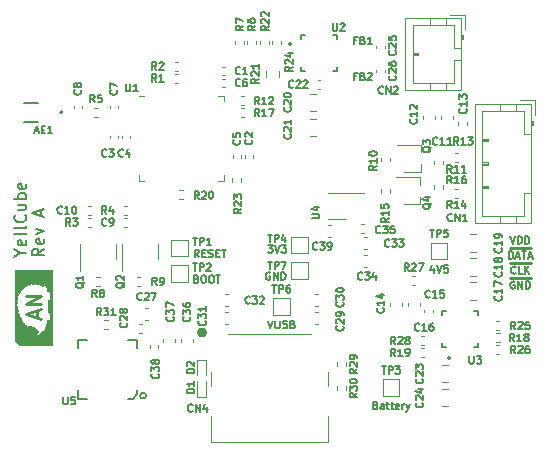
<source format=gto>
G04 #@! TF.GenerationSoftware,KiCad,Pcbnew,(6.0.0)*
G04 #@! TF.CreationDate,2022-04-16T23:03:44-07:00*
G04 #@! TF.ProjectId,YellCube,59656c6c-4375-4626-952e-6b696361645f,rev?*
G04 #@! TF.SameCoordinates,Original*
G04 #@! TF.FileFunction,Legend,Top*
G04 #@! TF.FilePolarity,Positive*
%FSLAX46Y46*%
G04 Gerber Fmt 4.6, Leading zero omitted, Abs format (unit mm)*
G04 Created by KiCad (PCBNEW (6.0.0)) date 2022-04-16 23:03:44*
%MOMM*%
%LPD*%
G01*
G04 APERTURE LIST*
%ADD10C,0.254000*%
%ADD11C,0.177800*%
%ADD12C,0.127000*%
%ADD13C,0.120000*%
%ADD14C,0.200000*%
%ADD15C,0.441000*%
%ADD16C,0.100000*%
G04 APERTURE END LIST*
D10*
X157607000Y-106807000D02*
X159385000Y-106807000D01*
X157607000Y-108077000D02*
X159385000Y-108077000D01*
X157607000Y-105537000D02*
X159385000Y-105537000D01*
D11*
X116180809Y-105954285D02*
X116664619Y-105954285D01*
X115648619Y-106292952D02*
X116180809Y-105954285D01*
X115648619Y-105615619D01*
X116616238Y-104889904D02*
X116664619Y-104986666D01*
X116664619Y-105180190D01*
X116616238Y-105276952D01*
X116519476Y-105325333D01*
X116132428Y-105325333D01*
X116035666Y-105276952D01*
X115987285Y-105180190D01*
X115987285Y-104986666D01*
X116035666Y-104889904D01*
X116132428Y-104841523D01*
X116229190Y-104841523D01*
X116325952Y-105325333D01*
X116664619Y-104260952D02*
X116616238Y-104357714D01*
X116519476Y-104406095D01*
X115648619Y-104406095D01*
X116664619Y-103728761D02*
X116616238Y-103825523D01*
X116519476Y-103873904D01*
X115648619Y-103873904D01*
X116567857Y-102761142D02*
X116616238Y-102809523D01*
X116664619Y-102954666D01*
X116664619Y-103051428D01*
X116616238Y-103196571D01*
X116519476Y-103293333D01*
X116422714Y-103341714D01*
X116229190Y-103390095D01*
X116084047Y-103390095D01*
X115890523Y-103341714D01*
X115793761Y-103293333D01*
X115697000Y-103196571D01*
X115648619Y-103051428D01*
X115648619Y-102954666D01*
X115697000Y-102809523D01*
X115745380Y-102761142D01*
X115987285Y-101890285D02*
X116664619Y-101890285D01*
X115987285Y-102325714D02*
X116519476Y-102325714D01*
X116616238Y-102277333D01*
X116664619Y-102180571D01*
X116664619Y-102035428D01*
X116616238Y-101938666D01*
X116567857Y-101890285D01*
X116664619Y-101406476D02*
X115648619Y-101406476D01*
X116035666Y-101406476D02*
X115987285Y-101309714D01*
X115987285Y-101116190D01*
X116035666Y-101019428D01*
X116084047Y-100971047D01*
X116180809Y-100922666D01*
X116471095Y-100922666D01*
X116567857Y-100971047D01*
X116616238Y-101019428D01*
X116664619Y-101116190D01*
X116664619Y-101309714D01*
X116616238Y-101406476D01*
X116616238Y-100100190D02*
X116664619Y-100196952D01*
X116664619Y-100390476D01*
X116616238Y-100487238D01*
X116519476Y-100535619D01*
X116132428Y-100535619D01*
X116035666Y-100487238D01*
X115987285Y-100390476D01*
X115987285Y-100196952D01*
X116035666Y-100100190D01*
X116132428Y-100051809D01*
X116229190Y-100051809D01*
X116325952Y-100535619D01*
X118188619Y-105597476D02*
X117704809Y-105936142D01*
X118188619Y-106178047D02*
X117172619Y-106178047D01*
X117172619Y-105791000D01*
X117221000Y-105694238D01*
X117269380Y-105645857D01*
X117366142Y-105597476D01*
X117511285Y-105597476D01*
X117608047Y-105645857D01*
X117656428Y-105694238D01*
X117704809Y-105791000D01*
X117704809Y-106178047D01*
X118140238Y-104775000D02*
X118188619Y-104871761D01*
X118188619Y-105065285D01*
X118140238Y-105162047D01*
X118043476Y-105210428D01*
X117656428Y-105210428D01*
X117559666Y-105162047D01*
X117511285Y-105065285D01*
X117511285Y-104871761D01*
X117559666Y-104775000D01*
X117656428Y-104726619D01*
X117753190Y-104726619D01*
X117849952Y-105210428D01*
X117511285Y-104387952D02*
X118188619Y-104146047D01*
X117511285Y-103904142D01*
X117898333Y-102791380D02*
X117898333Y-102307571D01*
X118188619Y-102888142D02*
X117172619Y-102549476D01*
X118188619Y-102210809D01*
D12*
X158012190Y-108394500D02*
X157951714Y-108364261D01*
X157861000Y-108364261D01*
X157770285Y-108394500D01*
X157709809Y-108454976D01*
X157679571Y-108515452D01*
X157649333Y-108636404D01*
X157649333Y-108727119D01*
X157679571Y-108848071D01*
X157709809Y-108908547D01*
X157770285Y-108969023D01*
X157861000Y-108999261D01*
X157921476Y-108999261D01*
X158012190Y-108969023D01*
X158042428Y-108938785D01*
X158042428Y-108727119D01*
X157921476Y-108727119D01*
X158314571Y-108999261D02*
X158314571Y-108364261D01*
X158677428Y-108999261D01*
X158677428Y-108364261D01*
X158979809Y-108999261D02*
X158979809Y-108364261D01*
X159131000Y-108364261D01*
X159221714Y-108394500D01*
X159282190Y-108454976D01*
X159312428Y-108515452D01*
X159342666Y-108636404D01*
X159342666Y-108727119D01*
X159312428Y-108848071D01*
X159282190Y-108908547D01*
X159221714Y-108969023D01*
X159131000Y-108999261D01*
X158979809Y-108999261D01*
X157543500Y-106459261D02*
X157543500Y-105824261D01*
X157694690Y-105824261D01*
X157785404Y-105854500D01*
X157845880Y-105914976D01*
X157876119Y-105975452D01*
X157906357Y-106096404D01*
X157906357Y-106187119D01*
X157876119Y-106308071D01*
X157845880Y-106368547D01*
X157785404Y-106429023D01*
X157694690Y-106459261D01*
X157543500Y-106459261D01*
X158148261Y-106277833D02*
X158450642Y-106277833D01*
X158087785Y-106459261D02*
X158299452Y-105824261D01*
X158511119Y-106459261D01*
X158632071Y-105824261D02*
X158994928Y-105824261D01*
X158813500Y-106459261D02*
X158813500Y-105824261D01*
X159176357Y-106277833D02*
X159478738Y-106277833D01*
X159115880Y-106459261D02*
X159327547Y-105824261D01*
X159539214Y-106459261D01*
X158118023Y-107668785D02*
X158087785Y-107699023D01*
X157997071Y-107729261D01*
X157936595Y-107729261D01*
X157845880Y-107699023D01*
X157785404Y-107638547D01*
X157755166Y-107578071D01*
X157724928Y-107457119D01*
X157724928Y-107366404D01*
X157755166Y-107245452D01*
X157785404Y-107184976D01*
X157845880Y-107124500D01*
X157936595Y-107094261D01*
X157997071Y-107094261D01*
X158087785Y-107124500D01*
X158118023Y-107154738D01*
X158692547Y-107729261D02*
X158390166Y-107729261D01*
X158390166Y-107094261D01*
X158904214Y-107729261D02*
X158904214Y-107094261D01*
X159267071Y-107729261D02*
X158994928Y-107366404D01*
X159267071Y-107094261D02*
X158904214Y-107457119D01*
X157649333Y-104554261D02*
X157861000Y-105189261D01*
X158072666Y-104554261D01*
X158284333Y-105189261D02*
X158284333Y-104554261D01*
X158435523Y-104554261D01*
X158526238Y-104584500D01*
X158586714Y-104644976D01*
X158616952Y-104705452D01*
X158647190Y-104826404D01*
X158647190Y-104917119D01*
X158616952Y-105038071D01*
X158586714Y-105098547D01*
X158526238Y-105159023D01*
X158435523Y-105189261D01*
X158284333Y-105189261D01*
X158919333Y-105189261D02*
X158919333Y-104554261D01*
X159070523Y-104554261D01*
X159161238Y-104584500D01*
X159221714Y-104644976D01*
X159251952Y-104705452D01*
X159282190Y-104826404D01*
X159282190Y-104917119D01*
X159251952Y-105038071D01*
X159221714Y-105098547D01*
X159161238Y-105159023D01*
X159070523Y-105189261D01*
X158919333Y-105189261D01*
X146337261Y-98579214D02*
X146034880Y-98790880D01*
X146337261Y-98942071D02*
X145702261Y-98942071D01*
X145702261Y-98700166D01*
X145732500Y-98639690D01*
X145762738Y-98609452D01*
X145823214Y-98579214D01*
X145913928Y-98579214D01*
X145974404Y-98609452D01*
X146004642Y-98639690D01*
X146034880Y-98700166D01*
X146034880Y-98942071D01*
X146337261Y-97974452D02*
X146337261Y-98337309D01*
X146337261Y-98155880D02*
X145702261Y-98155880D01*
X145792976Y-98216357D01*
X145853452Y-98276833D01*
X145883690Y-98337309D01*
X145702261Y-97581357D02*
X145702261Y-97520880D01*
X145732500Y-97460404D01*
X145762738Y-97430166D01*
X145823214Y-97399928D01*
X145944166Y-97369690D01*
X146095357Y-97369690D01*
X146216309Y-97399928D01*
X146276785Y-97430166D01*
X146307023Y-97460404D01*
X146337261Y-97520880D01*
X146337261Y-97581357D01*
X146307023Y-97641833D01*
X146276785Y-97672071D01*
X146216309Y-97702309D01*
X146095357Y-97732547D01*
X145944166Y-97732547D01*
X145823214Y-97702309D01*
X145762738Y-97672071D01*
X145732500Y-97641833D01*
X145702261Y-97581357D01*
X153261785Y-96807261D02*
X153050119Y-96504880D01*
X152898928Y-96807261D02*
X152898928Y-96172261D01*
X153140833Y-96172261D01*
X153201309Y-96202500D01*
X153231547Y-96232738D01*
X153261785Y-96293214D01*
X153261785Y-96383928D01*
X153231547Y-96444404D01*
X153201309Y-96474642D01*
X153140833Y-96504880D01*
X152898928Y-96504880D01*
X153866547Y-96807261D02*
X153503690Y-96807261D01*
X153685119Y-96807261D02*
X153685119Y-96172261D01*
X153624642Y-96262976D01*
X153564166Y-96323452D01*
X153503690Y-96353690D01*
X154078214Y-96172261D02*
X154471309Y-96172261D01*
X154259642Y-96414166D01*
X154350357Y-96414166D01*
X154410833Y-96444404D01*
X154441071Y-96474642D01*
X154471309Y-96535119D01*
X154471309Y-96686309D01*
X154441071Y-96746785D01*
X154410833Y-96777023D01*
X154350357Y-96807261D01*
X154168928Y-96807261D01*
X154108452Y-96777023D01*
X154078214Y-96746785D01*
X145133785Y-108176785D02*
X145103547Y-108207023D01*
X145012833Y-108237261D01*
X144952357Y-108237261D01*
X144861642Y-108207023D01*
X144801166Y-108146547D01*
X144770928Y-108086071D01*
X144740690Y-107965119D01*
X144740690Y-107874404D01*
X144770928Y-107753452D01*
X144801166Y-107692976D01*
X144861642Y-107632500D01*
X144952357Y-107602261D01*
X145012833Y-107602261D01*
X145103547Y-107632500D01*
X145133785Y-107662738D01*
X145345452Y-107602261D02*
X145738547Y-107602261D01*
X145526880Y-107844166D01*
X145617595Y-107844166D01*
X145678071Y-107874404D01*
X145708309Y-107904642D01*
X145738547Y-107965119D01*
X145738547Y-108116309D01*
X145708309Y-108176785D01*
X145678071Y-108207023D01*
X145617595Y-108237261D01*
X145436166Y-108237261D01*
X145375690Y-108207023D01*
X145345452Y-108176785D01*
X146282833Y-107813928D02*
X146282833Y-108237261D01*
X146131642Y-107572023D02*
X145980452Y-108025595D01*
X146373547Y-108025595D01*
X137501690Y-108694261D02*
X137864547Y-108694261D01*
X137683119Y-109329261D02*
X137683119Y-108694261D01*
X138076214Y-109329261D02*
X138076214Y-108694261D01*
X138318119Y-108694261D01*
X138378595Y-108724500D01*
X138408833Y-108754738D01*
X138439071Y-108815214D01*
X138439071Y-108905928D01*
X138408833Y-108966404D01*
X138378595Y-108996642D01*
X138318119Y-109026880D01*
X138076214Y-109026880D01*
X138983357Y-108694261D02*
X138862404Y-108694261D01*
X138801928Y-108724500D01*
X138771690Y-108754738D01*
X138711214Y-108845452D01*
X138680976Y-108966404D01*
X138680976Y-109208309D01*
X138711214Y-109268785D01*
X138741452Y-109299023D01*
X138801928Y-109329261D01*
X138922880Y-109329261D01*
X138983357Y-109299023D01*
X139013595Y-109268785D01*
X139043833Y-109208309D01*
X139043833Y-109057119D01*
X139013595Y-108996642D01*
X138983357Y-108966404D01*
X138922880Y-108936166D01*
X138801928Y-108936166D01*
X138741452Y-108966404D01*
X138711214Y-108996642D01*
X138680976Y-109057119D01*
X137138833Y-111692261D02*
X137350500Y-112327261D01*
X137562166Y-111692261D01*
X137773833Y-111692261D02*
X137773833Y-112206309D01*
X137804071Y-112266785D01*
X137834309Y-112297023D01*
X137894785Y-112327261D01*
X138015738Y-112327261D01*
X138076214Y-112297023D01*
X138106452Y-112266785D01*
X138136690Y-112206309D01*
X138136690Y-111692261D01*
X138408833Y-112297023D02*
X138499547Y-112327261D01*
X138650738Y-112327261D01*
X138711214Y-112297023D01*
X138741452Y-112266785D01*
X138771690Y-112206309D01*
X138771690Y-112145833D01*
X138741452Y-112085357D01*
X138711214Y-112055119D01*
X138650738Y-112024880D01*
X138529785Y-111994642D01*
X138469309Y-111964404D01*
X138439071Y-111934166D01*
X138408833Y-111873690D01*
X138408833Y-111813214D01*
X138439071Y-111752738D01*
X138469309Y-111722500D01*
X138529785Y-111692261D01*
X138680976Y-111692261D01*
X138771690Y-111722500D01*
X139255500Y-111994642D02*
X139346214Y-112024880D01*
X139376452Y-112055119D01*
X139406690Y-112115595D01*
X139406690Y-112206309D01*
X139376452Y-112266785D01*
X139346214Y-112297023D01*
X139285738Y-112327261D01*
X139043833Y-112327261D01*
X139043833Y-111692261D01*
X139255500Y-111692261D01*
X139315976Y-111722500D01*
X139346214Y-111752738D01*
X139376452Y-111813214D01*
X139376452Y-111873690D01*
X139346214Y-111934166D01*
X139315976Y-111964404D01*
X139255500Y-111994642D01*
X139043833Y-111994642D01*
X130898260Y-116141690D02*
X130263260Y-116141690D01*
X130263260Y-115990500D01*
X130293499Y-115899785D01*
X130353975Y-115839309D01*
X130414451Y-115809071D01*
X130535403Y-115778833D01*
X130626118Y-115778833D01*
X130747070Y-115809071D01*
X130807546Y-115839309D01*
X130868022Y-115899785D01*
X130898260Y-115990500D01*
X130898260Y-116141690D01*
X130323737Y-115536928D02*
X130293499Y-115506690D01*
X130263260Y-115446214D01*
X130263260Y-115295023D01*
X130293499Y-115234547D01*
X130323737Y-115204309D01*
X130384213Y-115174071D01*
X130444689Y-115174071D01*
X130535403Y-115204309D01*
X130898260Y-115567166D01*
X130898260Y-115174071D01*
X123465166Y-103604785D02*
X123434928Y-103635023D01*
X123344214Y-103665261D01*
X123283738Y-103665261D01*
X123193023Y-103635023D01*
X123132547Y-103574547D01*
X123102309Y-103514071D01*
X123072071Y-103393119D01*
X123072071Y-103302404D01*
X123102309Y-103181452D01*
X123132547Y-103120976D01*
X123193023Y-103060500D01*
X123283738Y-103030261D01*
X123344214Y-103030261D01*
X123434928Y-103060500D01*
X123465166Y-103090738D01*
X123767547Y-103665261D02*
X123888500Y-103665261D01*
X123948976Y-103635023D01*
X123979214Y-103604785D01*
X124039690Y-103514071D01*
X124069928Y-103393119D01*
X124069928Y-103151214D01*
X124039690Y-103090738D01*
X124009452Y-103060500D01*
X123948976Y-103030261D01*
X123828023Y-103030261D01*
X123767547Y-103060500D01*
X123737309Y-103090738D01*
X123707071Y-103151214D01*
X123707071Y-103302404D01*
X123737309Y-103362880D01*
X123767547Y-103393119D01*
X123828023Y-103423357D01*
X123948976Y-103423357D01*
X124009452Y-103393119D01*
X124039690Y-103362880D01*
X124069928Y-103302404D01*
X123465166Y-97761785D02*
X123434928Y-97792023D01*
X123344214Y-97822261D01*
X123283738Y-97822261D01*
X123193023Y-97792023D01*
X123132547Y-97731547D01*
X123102309Y-97671071D01*
X123072071Y-97550119D01*
X123072071Y-97459404D01*
X123102309Y-97338452D01*
X123132547Y-97277976D01*
X123193023Y-97217500D01*
X123283738Y-97187261D01*
X123344214Y-97187261D01*
X123434928Y-97217500D01*
X123465166Y-97247738D01*
X123676833Y-97187261D02*
X124069928Y-97187261D01*
X123858261Y-97429166D01*
X123948976Y-97429166D01*
X124009452Y-97459404D01*
X124039690Y-97489642D01*
X124069928Y-97550119D01*
X124069928Y-97701309D01*
X124039690Y-97761785D01*
X124009452Y-97792023D01*
X123948976Y-97822261D01*
X123767547Y-97822261D01*
X123707071Y-97792023D01*
X123676833Y-97761785D01*
X130770690Y-106840261D02*
X131133547Y-106840261D01*
X130952119Y-107475261D02*
X130952119Y-106840261D01*
X131345214Y-107475261D02*
X131345214Y-106840261D01*
X131587119Y-106840261D01*
X131647595Y-106870500D01*
X131677833Y-106900738D01*
X131708071Y-106961214D01*
X131708071Y-107051928D01*
X131677833Y-107112404D01*
X131647595Y-107142642D01*
X131587119Y-107172880D01*
X131345214Y-107172880D01*
X131949976Y-106900738D02*
X131980214Y-106870500D01*
X132040690Y-106840261D01*
X132191880Y-106840261D01*
X132252357Y-106870500D01*
X132282595Y-106900738D01*
X132312833Y-106961214D01*
X132312833Y-107021690D01*
X132282595Y-107112404D01*
X131919738Y-107475261D01*
X132312833Y-107475261D01*
X131091214Y-108158642D02*
X131181928Y-108188880D01*
X131212166Y-108219119D01*
X131242404Y-108279595D01*
X131242404Y-108370309D01*
X131212166Y-108430785D01*
X131181928Y-108461023D01*
X131121452Y-108491261D01*
X130879547Y-108491261D01*
X130879547Y-107856261D01*
X131091214Y-107856261D01*
X131151690Y-107886500D01*
X131181928Y-107916738D01*
X131212166Y-107977214D01*
X131212166Y-108037690D01*
X131181928Y-108098166D01*
X131151690Y-108128404D01*
X131091214Y-108158642D01*
X130879547Y-108158642D01*
X131635500Y-107856261D02*
X131756452Y-107856261D01*
X131816928Y-107886500D01*
X131877404Y-107946976D01*
X131907642Y-108067928D01*
X131907642Y-108279595D01*
X131877404Y-108400547D01*
X131816928Y-108461023D01*
X131756452Y-108491261D01*
X131635500Y-108491261D01*
X131575023Y-108461023D01*
X131514547Y-108400547D01*
X131484309Y-108279595D01*
X131484309Y-108067928D01*
X131514547Y-107946976D01*
X131575023Y-107886500D01*
X131635500Y-107856261D01*
X132300738Y-107856261D02*
X132421690Y-107856261D01*
X132482166Y-107886500D01*
X132542642Y-107946976D01*
X132572880Y-108067928D01*
X132572880Y-108279595D01*
X132542642Y-108400547D01*
X132482166Y-108461023D01*
X132421690Y-108491261D01*
X132300738Y-108491261D01*
X132240261Y-108461023D01*
X132179785Y-108400547D01*
X132149547Y-108279595D01*
X132149547Y-108067928D01*
X132179785Y-107946976D01*
X132240261Y-107886500D01*
X132300738Y-107856261D01*
X132754309Y-107856261D02*
X133117166Y-107856261D01*
X132935738Y-108491261D02*
X132935738Y-107856261D01*
X152691785Y-100087261D02*
X152480119Y-99784880D01*
X152328928Y-100087261D02*
X152328928Y-99452261D01*
X152570833Y-99452261D01*
X152631309Y-99482500D01*
X152661547Y-99512738D01*
X152691785Y-99573214D01*
X152691785Y-99663928D01*
X152661547Y-99724404D01*
X152631309Y-99754642D01*
X152570833Y-99784880D01*
X152328928Y-99784880D01*
X153296547Y-100087261D02*
X152933690Y-100087261D01*
X153115119Y-100087261D02*
X153115119Y-99452261D01*
X153054642Y-99542976D01*
X152994166Y-99603452D01*
X152933690Y-99633690D01*
X153840833Y-99452261D02*
X153719880Y-99452261D01*
X153659404Y-99482500D01*
X153629166Y-99512738D01*
X153568690Y-99603452D01*
X153538452Y-99724404D01*
X153538452Y-99966309D01*
X153568690Y-100026785D01*
X153598928Y-100057023D01*
X153659404Y-100087261D01*
X153780357Y-100087261D01*
X153840833Y-100057023D01*
X153871071Y-100026785D01*
X153901309Y-99966309D01*
X153901309Y-99815119D01*
X153871071Y-99754642D01*
X153840833Y-99724404D01*
X153780357Y-99694166D01*
X153659404Y-99694166D01*
X153598928Y-99724404D01*
X153568690Y-99754642D01*
X153538452Y-99815119D01*
X147927785Y-88819378D02*
X147958023Y-88849616D01*
X147988261Y-88940330D01*
X147988261Y-89000806D01*
X147958023Y-89091521D01*
X147897547Y-89151997D01*
X147837071Y-89182235D01*
X147716119Y-89212473D01*
X147625404Y-89212473D01*
X147504452Y-89182235D01*
X147443976Y-89151997D01*
X147383500Y-89091521D01*
X147353261Y-89000806D01*
X147353261Y-88940330D01*
X147383500Y-88849616D01*
X147413738Y-88819378D01*
X147413738Y-88577473D02*
X147383500Y-88547235D01*
X147353261Y-88486759D01*
X147353261Y-88335568D01*
X147383500Y-88275092D01*
X147413738Y-88244854D01*
X147474214Y-88214616D01*
X147534690Y-88214616D01*
X147625404Y-88244854D01*
X147988261Y-88607711D01*
X147988261Y-88214616D01*
X147353261Y-87640092D02*
X147353261Y-87942473D01*
X147655642Y-87972711D01*
X147625404Y-87942473D01*
X147595166Y-87881997D01*
X147595166Y-87730806D01*
X147625404Y-87670330D01*
X147655642Y-87640092D01*
X147716119Y-87609854D01*
X147867309Y-87609854D01*
X147927785Y-87640092D01*
X147958023Y-87670330D01*
X147988261Y-87730806D01*
X147988261Y-87881997D01*
X147958023Y-87942473D01*
X147927785Y-87972711D01*
X146911785Y-110644214D02*
X146942023Y-110674452D01*
X146972261Y-110765166D01*
X146972261Y-110825642D01*
X146942023Y-110916357D01*
X146881547Y-110976833D01*
X146821071Y-111007071D01*
X146700119Y-111037309D01*
X146609404Y-111037309D01*
X146488452Y-111007071D01*
X146427976Y-110976833D01*
X146367500Y-110916357D01*
X146337261Y-110825642D01*
X146337261Y-110765166D01*
X146367500Y-110674452D01*
X146397738Y-110644214D01*
X146972261Y-110039452D02*
X146972261Y-110402309D01*
X146972261Y-110220880D02*
X146337261Y-110220880D01*
X146427976Y-110281357D01*
X146488452Y-110341833D01*
X146518690Y-110402309D01*
X146548928Y-109495166D02*
X146972261Y-109495166D01*
X146307023Y-109646357D02*
X146760595Y-109797547D01*
X146760595Y-109404452D01*
X134887261Y-102208214D02*
X134584880Y-102419880D01*
X134887261Y-102571071D02*
X134252261Y-102571071D01*
X134252261Y-102329166D01*
X134282500Y-102268690D01*
X134312738Y-102238452D01*
X134373214Y-102208214D01*
X134463928Y-102208214D01*
X134524404Y-102238452D01*
X134554642Y-102268690D01*
X134584880Y-102329166D01*
X134584880Y-102571071D01*
X134312738Y-101966309D02*
X134282500Y-101936071D01*
X134252261Y-101875595D01*
X134252261Y-101724404D01*
X134282500Y-101663928D01*
X134312738Y-101633690D01*
X134373214Y-101603452D01*
X134433690Y-101603452D01*
X134524404Y-101633690D01*
X134887261Y-101996547D01*
X134887261Y-101603452D01*
X134252261Y-101391785D02*
X134252261Y-100998690D01*
X134494166Y-101210357D01*
X134494166Y-101119642D01*
X134524404Y-101059166D01*
X134554642Y-101028928D01*
X134615119Y-100998690D01*
X134766309Y-100998690D01*
X134826785Y-101028928D01*
X134857023Y-101059166D01*
X134887261Y-101119642D01*
X134887261Y-101301071D01*
X134857023Y-101361547D01*
X134826785Y-101391785D01*
X127853785Y-116208214D02*
X127884023Y-116238452D01*
X127914261Y-116329166D01*
X127914261Y-116389642D01*
X127884023Y-116480357D01*
X127823547Y-116540833D01*
X127763071Y-116571071D01*
X127642119Y-116601309D01*
X127551404Y-116601309D01*
X127430452Y-116571071D01*
X127369976Y-116540833D01*
X127309500Y-116480357D01*
X127279261Y-116389642D01*
X127279261Y-116329166D01*
X127309500Y-116238452D01*
X127339738Y-116208214D01*
X127279261Y-115996547D02*
X127279261Y-115603452D01*
X127521166Y-115815119D01*
X127521166Y-115724404D01*
X127551404Y-115663928D01*
X127581642Y-115633690D01*
X127642119Y-115603452D01*
X127793309Y-115603452D01*
X127853785Y-115633690D01*
X127884023Y-115663928D01*
X127914261Y-115724404D01*
X127914261Y-115905833D01*
X127884023Y-115966309D01*
X127853785Y-115996547D01*
X127551404Y-115240595D02*
X127521166Y-115301071D01*
X127490928Y-115331309D01*
X127430452Y-115361547D01*
X127400214Y-115361547D01*
X127339738Y-115331309D01*
X127309500Y-115301071D01*
X127279261Y-115240595D01*
X127279261Y-115119642D01*
X127309500Y-115059166D01*
X127339738Y-115028928D01*
X127400214Y-114998690D01*
X127430452Y-114998690D01*
X127490928Y-115028928D01*
X127521166Y-115059166D01*
X127551404Y-115119642D01*
X127551404Y-115240595D01*
X127581642Y-115301071D01*
X127611880Y-115331309D01*
X127672357Y-115361547D01*
X127793309Y-115361547D01*
X127853785Y-115331309D01*
X127884023Y-115301071D01*
X127914261Y-115240595D01*
X127914261Y-115119642D01*
X127884023Y-115059166D01*
X127853785Y-115028928D01*
X127793309Y-114998690D01*
X127672357Y-114998690D01*
X127611880Y-115028928D01*
X127581642Y-115059166D01*
X127551404Y-115119642D01*
X150947738Y-101760476D02*
X150917500Y-101820952D01*
X150857023Y-101881428D01*
X150766309Y-101972142D01*
X150736071Y-102032619D01*
X150736071Y-102093095D01*
X150887261Y-102062857D02*
X150857023Y-102123333D01*
X150796547Y-102183809D01*
X150675595Y-102214047D01*
X150463928Y-102214047D01*
X150342976Y-102183809D01*
X150282500Y-102123333D01*
X150252261Y-102062857D01*
X150252261Y-101941904D01*
X150282500Y-101881428D01*
X150342976Y-101820952D01*
X150463928Y-101790714D01*
X150675595Y-101790714D01*
X150796547Y-101820952D01*
X150857023Y-101881428D01*
X150887261Y-101941904D01*
X150887261Y-102062857D01*
X150463928Y-101246428D02*
X150887261Y-101246428D01*
X150222023Y-101397619D02*
X150675595Y-101548809D01*
X150675595Y-101155714D01*
X122470166Y-93225261D02*
X122258500Y-92922880D01*
X122107309Y-93225261D02*
X122107309Y-92590261D01*
X122349214Y-92590261D01*
X122409690Y-92620500D01*
X122439928Y-92650738D01*
X122470166Y-92711214D01*
X122470166Y-92801928D01*
X122439928Y-92862404D01*
X122409690Y-92892642D01*
X122349214Y-92922880D01*
X122107309Y-92922880D01*
X123044690Y-92590261D02*
X122742309Y-92590261D01*
X122712071Y-92892642D01*
X122742309Y-92862404D01*
X122802785Y-92832166D01*
X122953976Y-92832166D01*
X123014452Y-92862404D01*
X123044690Y-92892642D01*
X123074928Y-92953119D01*
X123074928Y-93104309D01*
X123044690Y-93164785D01*
X123014452Y-93195023D01*
X122953976Y-93225261D01*
X122802785Y-93225261D01*
X122742309Y-93195023D01*
X122712071Y-93164785D01*
X135756785Y-96372833D02*
X135787023Y-96403071D01*
X135817261Y-96493785D01*
X135817261Y-96554261D01*
X135787023Y-96644976D01*
X135726547Y-96705452D01*
X135666071Y-96735690D01*
X135545119Y-96765928D01*
X135454404Y-96765928D01*
X135333452Y-96735690D01*
X135272976Y-96705452D01*
X135212500Y-96644976D01*
X135182261Y-96554261D01*
X135182261Y-96493785D01*
X135212500Y-96403071D01*
X135242738Y-96372833D01*
X135242738Y-96130928D02*
X135212500Y-96100690D01*
X135182261Y-96040214D01*
X135182261Y-95889023D01*
X135212500Y-95828547D01*
X135242738Y-95798309D01*
X135303214Y-95768071D01*
X135363690Y-95768071D01*
X135454404Y-95798309D01*
X135817261Y-96161166D01*
X135817261Y-95768071D01*
X135034261Y-86719833D02*
X134731880Y-86931500D01*
X135034261Y-87082690D02*
X134399261Y-87082690D01*
X134399261Y-86840785D01*
X134429500Y-86780309D01*
X134459738Y-86750071D01*
X134520214Y-86719833D01*
X134610928Y-86719833D01*
X134671404Y-86750071D01*
X134701642Y-86780309D01*
X134731880Y-86840785D01*
X134731880Y-87082690D01*
X134399261Y-86508166D02*
X134399261Y-86084833D01*
X135034261Y-86356976D01*
X149070785Y-107475261D02*
X148859119Y-107172880D01*
X148707928Y-107475261D02*
X148707928Y-106840261D01*
X148949833Y-106840261D01*
X149010309Y-106870500D01*
X149040547Y-106900738D01*
X149070785Y-106961214D01*
X149070785Y-107051928D01*
X149040547Y-107112404D01*
X149010309Y-107142642D01*
X148949833Y-107172880D01*
X148707928Y-107172880D01*
X149312690Y-106900738D02*
X149342928Y-106870500D01*
X149403404Y-106840261D01*
X149554595Y-106840261D01*
X149615071Y-106870500D01*
X149645309Y-106900738D01*
X149675547Y-106961214D01*
X149675547Y-107021690D01*
X149645309Y-107112404D01*
X149282452Y-107475261D01*
X149675547Y-107475261D01*
X149887214Y-106840261D02*
X150310547Y-106840261D01*
X150038404Y-107475261D01*
X150947738Y-96960476D02*
X150917500Y-97020952D01*
X150857023Y-97081428D01*
X150766309Y-97172142D01*
X150736071Y-97232619D01*
X150736071Y-97293095D01*
X150887261Y-97262857D02*
X150857023Y-97323333D01*
X150796547Y-97383809D01*
X150675595Y-97414047D01*
X150463928Y-97414047D01*
X150342976Y-97383809D01*
X150282500Y-97323333D01*
X150252261Y-97262857D01*
X150252261Y-97141904D01*
X150282500Y-97081428D01*
X150342976Y-97020952D01*
X150463928Y-96990714D01*
X150675595Y-96990714D01*
X150796547Y-97020952D01*
X150857023Y-97081428D01*
X150887261Y-97141904D01*
X150887261Y-97262857D01*
X150252261Y-96779047D02*
X150252261Y-96385952D01*
X150494166Y-96597619D01*
X150494166Y-96506904D01*
X150524404Y-96446428D01*
X150554642Y-96416190D01*
X150615119Y-96385952D01*
X150766309Y-96385952D01*
X150826785Y-96416190D01*
X150857023Y-96446428D01*
X150887261Y-96506904D01*
X150887261Y-96688333D01*
X150857023Y-96748809D01*
X150826785Y-96779047D01*
X146657785Y-104239785D02*
X146627547Y-104270023D01*
X146536833Y-104300261D01*
X146476357Y-104300261D01*
X146385642Y-104270023D01*
X146325166Y-104209547D01*
X146294928Y-104149071D01*
X146264690Y-104028119D01*
X146264690Y-103937404D01*
X146294928Y-103816452D01*
X146325166Y-103755976D01*
X146385642Y-103695500D01*
X146476357Y-103665261D01*
X146536833Y-103665261D01*
X146627547Y-103695500D01*
X146657785Y-103725738D01*
X146869452Y-103665261D02*
X147262547Y-103665261D01*
X147050880Y-103907166D01*
X147141595Y-103907166D01*
X147202071Y-103937404D01*
X147232309Y-103967642D01*
X147262547Y-104028119D01*
X147262547Y-104179309D01*
X147232309Y-104239785D01*
X147202071Y-104270023D01*
X147141595Y-104300261D01*
X146960166Y-104300261D01*
X146899690Y-104270023D01*
X146869452Y-104239785D01*
X147837071Y-103665261D02*
X147534690Y-103665261D01*
X147504452Y-103967642D01*
X147534690Y-103937404D01*
X147595166Y-103907166D01*
X147746357Y-103907166D01*
X147806833Y-103937404D01*
X147837071Y-103967642D01*
X147867309Y-104028119D01*
X147867309Y-104179309D01*
X147837071Y-104239785D01*
X147806833Y-104270023D01*
X147746357Y-104300261D01*
X147595166Y-104300261D01*
X147534690Y-104270023D01*
X147504452Y-104239785D01*
X142626690Y-86520261D02*
X142626690Y-87034309D01*
X142656928Y-87094785D01*
X142687166Y-87125023D01*
X142747642Y-87155261D01*
X142868595Y-87155261D01*
X142929071Y-87125023D01*
X142959309Y-87094785D01*
X142989547Y-87034309D01*
X142989547Y-86520261D01*
X143261690Y-86580738D02*
X143291928Y-86550500D01*
X143352404Y-86520261D01*
X143503595Y-86520261D01*
X143564071Y-86550500D01*
X143594309Y-86580738D01*
X143624547Y-86641214D01*
X143624547Y-86701690D01*
X143594309Y-86792404D01*
X143231452Y-87155261D01*
X143624547Y-87155261D01*
X147927785Y-113698261D02*
X147716119Y-113395880D01*
X147564928Y-113698261D02*
X147564928Y-113063261D01*
X147806833Y-113063261D01*
X147867309Y-113093500D01*
X147897547Y-113123738D01*
X147927785Y-113184214D01*
X147927785Y-113274928D01*
X147897547Y-113335404D01*
X147867309Y-113365642D01*
X147806833Y-113395880D01*
X147564928Y-113395880D01*
X148169690Y-113123738D02*
X148199928Y-113093500D01*
X148260404Y-113063261D01*
X148411595Y-113063261D01*
X148472071Y-113093500D01*
X148502309Y-113123738D01*
X148532547Y-113184214D01*
X148532547Y-113244690D01*
X148502309Y-113335404D01*
X148139452Y-113698261D01*
X148532547Y-113698261D01*
X148895404Y-113335404D02*
X148834928Y-113305166D01*
X148804690Y-113274928D01*
X148774452Y-113214452D01*
X148774452Y-113184214D01*
X148804690Y-113123738D01*
X148834928Y-113093500D01*
X148895404Y-113063261D01*
X149016357Y-113063261D01*
X149076833Y-113093500D01*
X149107071Y-113123738D01*
X149137309Y-113184214D01*
X149137309Y-113214452D01*
X149107071Y-113274928D01*
X149076833Y-113305166D01*
X149016357Y-113335404D01*
X148895404Y-113335404D01*
X148834928Y-113365642D01*
X148804690Y-113395880D01*
X148774452Y-113456357D01*
X148774452Y-113577309D01*
X148804690Y-113637785D01*
X148834928Y-113668023D01*
X148895404Y-113698261D01*
X149016357Y-113698261D01*
X149076833Y-113668023D01*
X149107071Y-113637785D01*
X149137309Y-113577309D01*
X149137309Y-113456357D01*
X149107071Y-113395880D01*
X149076833Y-113365642D01*
X149016357Y-113335404D01*
X149959785Y-112494785D02*
X149929547Y-112525023D01*
X149838833Y-112555261D01*
X149778357Y-112555261D01*
X149687642Y-112525023D01*
X149627166Y-112464547D01*
X149596928Y-112404071D01*
X149566690Y-112283119D01*
X149566690Y-112192404D01*
X149596928Y-112071452D01*
X149627166Y-112010976D01*
X149687642Y-111950500D01*
X149778357Y-111920261D01*
X149838833Y-111920261D01*
X149929547Y-111950500D01*
X149959785Y-111980738D01*
X150564547Y-112555261D02*
X150201690Y-112555261D01*
X150383119Y-112555261D02*
X150383119Y-111920261D01*
X150322642Y-112010976D01*
X150262166Y-112071452D01*
X150201690Y-112101690D01*
X151108833Y-111920261D02*
X150987880Y-111920261D01*
X150927404Y-111950500D01*
X150897166Y-111980738D01*
X150836690Y-112071452D01*
X150806452Y-112192404D01*
X150806452Y-112434309D01*
X150836690Y-112494785D01*
X150866928Y-112525023D01*
X150927404Y-112555261D01*
X151048357Y-112555261D01*
X151108833Y-112525023D01*
X151139071Y-112494785D01*
X151169309Y-112434309D01*
X151169309Y-112283119D01*
X151139071Y-112222642D01*
X151108833Y-112192404D01*
X151048357Y-112162166D01*
X150927404Y-112162166D01*
X150866928Y-112192404D01*
X150836690Y-112222642D01*
X150806452Y-112283119D01*
X147927785Y-114714261D02*
X147716119Y-114411880D01*
X147564928Y-114714261D02*
X147564928Y-114079261D01*
X147806833Y-114079261D01*
X147867309Y-114109500D01*
X147897547Y-114139738D01*
X147927785Y-114200214D01*
X147927785Y-114290928D01*
X147897547Y-114351404D01*
X147867309Y-114381642D01*
X147806833Y-114411880D01*
X147564928Y-114411880D01*
X148532547Y-114714261D02*
X148169690Y-114714261D01*
X148351119Y-114714261D02*
X148351119Y-114079261D01*
X148290642Y-114169976D01*
X148230166Y-114230452D01*
X148169690Y-114260690D01*
X148834928Y-114714261D02*
X148955880Y-114714261D01*
X149016357Y-114684023D01*
X149046595Y-114653785D01*
X149107071Y-114563071D01*
X149137309Y-114442119D01*
X149137309Y-114200214D01*
X149107071Y-114139738D01*
X149076833Y-114109500D01*
X149016357Y-114079261D01*
X148895404Y-114079261D01*
X148834928Y-114109500D01*
X148804690Y-114139738D01*
X148774452Y-114200214D01*
X148774452Y-114351404D01*
X148804690Y-114411880D01*
X148834928Y-114442119D01*
X148895404Y-114472357D01*
X149016357Y-114472357D01*
X149076833Y-114442119D01*
X149107071Y-114411880D01*
X149137309Y-114351404D01*
X121278785Y-92181833D02*
X121309023Y-92212071D01*
X121339261Y-92302785D01*
X121339261Y-92363261D01*
X121309023Y-92453976D01*
X121248547Y-92514452D01*
X121188071Y-92544690D01*
X121067119Y-92574928D01*
X120976404Y-92574928D01*
X120855452Y-92544690D01*
X120794976Y-92514452D01*
X120734500Y-92453976D01*
X120704261Y-92363261D01*
X120704261Y-92302785D01*
X120734500Y-92212071D01*
X120764738Y-92181833D01*
X120976404Y-91818976D02*
X120946166Y-91879452D01*
X120915928Y-91909690D01*
X120855452Y-91939928D01*
X120825214Y-91939928D01*
X120764738Y-91909690D01*
X120734500Y-91879452D01*
X120704261Y-91818976D01*
X120704261Y-91698023D01*
X120734500Y-91637547D01*
X120764738Y-91607309D01*
X120825214Y-91577071D01*
X120855452Y-91577071D01*
X120915928Y-91607309D01*
X120946166Y-91637547D01*
X120976404Y-91698023D01*
X120976404Y-91818976D01*
X121006642Y-91879452D01*
X121036880Y-91909690D01*
X121097357Y-91939928D01*
X121218309Y-91939928D01*
X121278785Y-91909690D01*
X121309023Y-91879452D01*
X121339261Y-91818976D01*
X121339261Y-91698023D01*
X121309023Y-91637547D01*
X121278785Y-91607309D01*
X121218309Y-91577071D01*
X121097357Y-91577071D01*
X121036880Y-91607309D01*
X121006642Y-91637547D01*
X120976404Y-91698023D01*
X136050261Y-86719833D02*
X135747880Y-86931500D01*
X136050261Y-87082690D02*
X135415261Y-87082690D01*
X135415261Y-86840785D01*
X135445500Y-86780309D01*
X135475738Y-86750071D01*
X135536214Y-86719833D01*
X135626928Y-86719833D01*
X135687404Y-86750071D01*
X135717642Y-86780309D01*
X135747880Y-86840785D01*
X135747880Y-87082690D01*
X135415261Y-86175547D02*
X135415261Y-86296500D01*
X135445500Y-86356976D01*
X135475738Y-86387214D01*
X135566452Y-86447690D01*
X135687404Y-86477928D01*
X135929309Y-86477928D01*
X135989785Y-86447690D01*
X136020023Y-86417452D01*
X136050261Y-86356976D01*
X136050261Y-86236023D01*
X136020023Y-86175547D01*
X135989785Y-86145309D01*
X135929309Y-86115071D01*
X135778119Y-86115071D01*
X135717642Y-86145309D01*
X135687404Y-86175547D01*
X135657166Y-86236023D01*
X135657166Y-86356976D01*
X135687404Y-86417452D01*
X135717642Y-86447690D01*
X135778119Y-86477928D01*
X139037785Y-95912214D02*
X139068023Y-95942452D01*
X139098261Y-96033166D01*
X139098261Y-96093642D01*
X139068023Y-96184357D01*
X139007547Y-96244833D01*
X138947071Y-96275071D01*
X138826119Y-96305309D01*
X138735404Y-96305309D01*
X138614452Y-96275071D01*
X138553976Y-96244833D01*
X138493500Y-96184357D01*
X138463261Y-96093642D01*
X138463261Y-96033166D01*
X138493500Y-95942452D01*
X138523738Y-95912214D01*
X138523738Y-95670309D02*
X138493500Y-95640071D01*
X138463261Y-95579595D01*
X138463261Y-95428404D01*
X138493500Y-95367928D01*
X138523738Y-95337690D01*
X138584214Y-95307452D01*
X138644690Y-95307452D01*
X138735404Y-95337690D01*
X139098261Y-95700547D01*
X139098261Y-95307452D01*
X139098261Y-94702690D02*
X139098261Y-95065547D01*
X139098261Y-94884119D02*
X138463261Y-94884119D01*
X138553976Y-94944595D01*
X138614452Y-95005071D01*
X138644690Y-95065547D01*
X152691785Y-99187261D02*
X152480119Y-98884880D01*
X152328928Y-99187261D02*
X152328928Y-98552261D01*
X152570833Y-98552261D01*
X152631309Y-98582500D01*
X152661547Y-98612738D01*
X152691785Y-98673214D01*
X152691785Y-98763928D01*
X152661547Y-98824404D01*
X152631309Y-98854642D01*
X152570833Y-98884880D01*
X152328928Y-98884880D01*
X153296547Y-99187261D02*
X152933690Y-99187261D01*
X153115119Y-99187261D02*
X153115119Y-98552261D01*
X153054642Y-98642976D01*
X152994166Y-98703452D01*
X152933690Y-98733690D01*
X153901309Y-99187261D02*
X153538452Y-99187261D01*
X153719880Y-99187261D02*
X153719880Y-98552261D01*
X153659404Y-98642976D01*
X153598928Y-98703452D01*
X153538452Y-98733690D01*
X131826785Y-111708214D02*
X131857023Y-111738452D01*
X131887261Y-111829166D01*
X131887261Y-111889642D01*
X131857023Y-111980357D01*
X131796547Y-112040833D01*
X131736071Y-112071071D01*
X131615119Y-112101309D01*
X131524404Y-112101309D01*
X131403452Y-112071071D01*
X131342976Y-112040833D01*
X131282500Y-111980357D01*
X131252261Y-111889642D01*
X131252261Y-111829166D01*
X131282500Y-111738452D01*
X131312738Y-111708214D01*
X131252261Y-111496547D02*
X131252261Y-111103452D01*
X131494166Y-111315119D01*
X131494166Y-111224404D01*
X131524404Y-111163928D01*
X131554642Y-111133690D01*
X131615119Y-111103452D01*
X131766309Y-111103452D01*
X131826785Y-111133690D01*
X131857023Y-111163928D01*
X131887261Y-111224404D01*
X131887261Y-111405833D01*
X131857023Y-111466309D01*
X131826785Y-111496547D01*
X131887261Y-110498690D02*
X131887261Y-110861547D01*
X131887261Y-110680119D02*
X131252261Y-110680119D01*
X131342976Y-110740595D01*
X131403452Y-110801071D01*
X131433690Y-110861547D01*
X144687261Y-115808214D02*
X144384880Y-116019880D01*
X144687261Y-116171071D02*
X144052261Y-116171071D01*
X144052261Y-115929166D01*
X144082500Y-115868690D01*
X144112738Y-115838452D01*
X144173214Y-115808214D01*
X144263928Y-115808214D01*
X144324404Y-115838452D01*
X144354642Y-115868690D01*
X144384880Y-115929166D01*
X144384880Y-116171071D01*
X144112738Y-115566309D02*
X144082500Y-115536071D01*
X144052261Y-115475595D01*
X144052261Y-115324404D01*
X144082500Y-115263928D01*
X144112738Y-115233690D01*
X144173214Y-115203452D01*
X144233690Y-115203452D01*
X144324404Y-115233690D01*
X144687261Y-115596547D01*
X144687261Y-115203452D01*
X144687261Y-114901071D02*
X144687261Y-114780119D01*
X144657023Y-114719642D01*
X144626785Y-114689404D01*
X144536071Y-114628928D01*
X144415119Y-114598690D01*
X144173214Y-114598690D01*
X144112738Y-114628928D01*
X144082500Y-114659166D01*
X144052261Y-114719642D01*
X144052261Y-114840595D01*
X144082500Y-114901071D01*
X144112738Y-114931309D01*
X144173214Y-114961547D01*
X144324404Y-114961547D01*
X144384880Y-114931309D01*
X144415119Y-114901071D01*
X144445357Y-114840595D01*
X144445357Y-114719642D01*
X144415119Y-114659166D01*
X144384880Y-114628928D01*
X144324404Y-114598690D01*
X117399352Y-95674579D02*
X117701733Y-95674579D01*
X117338876Y-95856007D02*
X117550543Y-95221007D01*
X117762209Y-95856007D01*
X117973876Y-95523388D02*
X118185543Y-95523388D01*
X118276257Y-95856007D02*
X117973876Y-95856007D01*
X117973876Y-95221007D01*
X118276257Y-95221007D01*
X118881019Y-95856007D02*
X118518162Y-95856007D01*
X118699590Y-95856007D02*
X118699590Y-95221007D01*
X118639114Y-95311722D01*
X118578638Y-95372198D01*
X118518162Y-95402436D01*
X139225261Y-90197214D02*
X138922880Y-90408880D01*
X139225261Y-90560071D02*
X138590261Y-90560071D01*
X138590261Y-90318166D01*
X138620500Y-90257690D01*
X138650738Y-90227452D01*
X138711214Y-90197214D01*
X138801928Y-90197214D01*
X138862404Y-90227452D01*
X138892642Y-90257690D01*
X138922880Y-90318166D01*
X138922880Y-90560071D01*
X138650738Y-89955309D02*
X138620500Y-89925071D01*
X138590261Y-89864595D01*
X138590261Y-89713404D01*
X138620500Y-89652928D01*
X138650738Y-89622690D01*
X138711214Y-89592452D01*
X138771690Y-89592452D01*
X138862404Y-89622690D01*
X139225261Y-89985547D01*
X139225261Y-89592452D01*
X138801928Y-89048166D02*
X139225261Y-89048166D01*
X138560023Y-89199357D02*
X139013595Y-89350547D01*
X139013595Y-88957452D01*
X130752547Y-119352785D02*
X130722309Y-119383023D01*
X130631595Y-119413261D01*
X130571119Y-119413261D01*
X130480404Y-119383023D01*
X130419928Y-119322547D01*
X130389690Y-119262071D01*
X130359452Y-119141119D01*
X130359452Y-119050404D01*
X130389690Y-118929452D01*
X130419928Y-118868976D01*
X130480404Y-118808500D01*
X130571119Y-118778261D01*
X130631595Y-118778261D01*
X130722309Y-118808500D01*
X130752547Y-118838738D01*
X131024690Y-119413261D02*
X131024690Y-118778261D01*
X131387547Y-119413261D01*
X131387547Y-118778261D01*
X131962071Y-118989928D02*
X131962071Y-119413261D01*
X131810880Y-118748023D02*
X131659690Y-119201595D01*
X132052785Y-119201595D01*
X139037785Y-93626214D02*
X139068023Y-93656452D01*
X139098261Y-93747166D01*
X139098261Y-93807642D01*
X139068023Y-93898357D01*
X139007547Y-93958833D01*
X138947071Y-93989071D01*
X138826119Y-94019309D01*
X138735404Y-94019309D01*
X138614452Y-93989071D01*
X138553976Y-93958833D01*
X138493500Y-93898357D01*
X138463261Y-93807642D01*
X138463261Y-93747166D01*
X138493500Y-93656452D01*
X138523738Y-93626214D01*
X138523738Y-93384309D02*
X138493500Y-93354071D01*
X138463261Y-93293595D01*
X138463261Y-93142404D01*
X138493500Y-93081928D01*
X138523738Y-93051690D01*
X138584214Y-93021452D01*
X138644690Y-93021452D01*
X138735404Y-93051690D01*
X139098261Y-93414547D01*
X139098261Y-93021452D01*
X138463261Y-92628357D02*
X138463261Y-92567880D01*
X138493500Y-92507404D01*
X138523738Y-92477166D01*
X138584214Y-92446928D01*
X138705166Y-92416690D01*
X138856357Y-92416690D01*
X138977309Y-92446928D01*
X139037785Y-92477166D01*
X139068023Y-92507404D01*
X139098261Y-92567880D01*
X139098261Y-92628357D01*
X139068023Y-92688833D01*
X139037785Y-92719071D01*
X138977309Y-92749309D01*
X138856357Y-92779547D01*
X138705166Y-92779547D01*
X138584214Y-92749309D01*
X138523738Y-92719071D01*
X138493500Y-92688833D01*
X138463261Y-92628357D01*
X150848785Y-109700785D02*
X150818547Y-109731023D01*
X150727833Y-109761261D01*
X150667357Y-109761261D01*
X150576642Y-109731023D01*
X150516166Y-109670547D01*
X150485928Y-109610071D01*
X150455690Y-109489119D01*
X150455690Y-109398404D01*
X150485928Y-109277452D01*
X150516166Y-109216976D01*
X150576642Y-109156500D01*
X150667357Y-109126261D01*
X150727833Y-109126261D01*
X150818547Y-109156500D01*
X150848785Y-109186738D01*
X151453547Y-109761261D02*
X151090690Y-109761261D01*
X151272119Y-109761261D02*
X151272119Y-109126261D01*
X151211642Y-109216976D01*
X151151166Y-109277452D01*
X151090690Y-109307690D01*
X152028071Y-109126261D02*
X151725690Y-109126261D01*
X151695452Y-109428642D01*
X151725690Y-109398404D01*
X151786166Y-109368166D01*
X151937357Y-109368166D01*
X151997833Y-109398404D01*
X152028071Y-109428642D01*
X152058309Y-109489119D01*
X152058309Y-109640309D01*
X152028071Y-109700785D01*
X151997833Y-109731023D01*
X151937357Y-109761261D01*
X151786166Y-109761261D01*
X151725690Y-109731023D01*
X151695452Y-109700785D01*
X119816190Y-118152261D02*
X119816190Y-118666309D01*
X119846428Y-118726785D01*
X119876666Y-118757023D01*
X119937142Y-118787261D01*
X120058095Y-118787261D01*
X120118571Y-118757023D01*
X120148809Y-118726785D01*
X120179047Y-118666309D01*
X120179047Y-118152261D01*
X120783809Y-118152261D02*
X120481428Y-118152261D01*
X120451190Y-118454642D01*
X120481428Y-118424404D01*
X120541904Y-118394166D01*
X120693095Y-118394166D01*
X120753571Y-118424404D01*
X120783809Y-118454642D01*
X120814047Y-118515119D01*
X120814047Y-118666309D01*
X120783809Y-118726785D01*
X120753571Y-118757023D01*
X120693095Y-118787261D01*
X120541904Y-118787261D01*
X120481428Y-118757023D01*
X120451190Y-118726785D01*
X127724166Y-108689761D02*
X127512500Y-108387380D01*
X127361309Y-108689761D02*
X127361309Y-108054761D01*
X127603214Y-108054761D01*
X127663690Y-108085000D01*
X127693928Y-108115238D01*
X127724166Y-108175714D01*
X127724166Y-108266428D01*
X127693928Y-108326904D01*
X127663690Y-108357142D01*
X127603214Y-108387380D01*
X127361309Y-108387380D01*
X128026547Y-108689761D02*
X128147500Y-108689761D01*
X128207976Y-108659523D01*
X128238214Y-108629285D01*
X128298690Y-108538571D01*
X128328928Y-108417619D01*
X128328928Y-108175714D01*
X128298690Y-108115238D01*
X128268452Y-108085000D01*
X128207976Y-108054761D01*
X128087023Y-108054761D01*
X128026547Y-108085000D01*
X127996309Y-108115238D01*
X127966071Y-108175714D01*
X127966071Y-108326904D01*
X127996309Y-108387380D01*
X128026547Y-108417619D01*
X128087023Y-108447857D01*
X128207976Y-108447857D01*
X128268452Y-108417619D01*
X128298690Y-108387380D01*
X128328928Y-108326904D01*
X156885785Y-107576214D02*
X156916023Y-107606452D01*
X156946261Y-107697166D01*
X156946261Y-107757642D01*
X156916023Y-107848357D01*
X156855547Y-107908833D01*
X156795071Y-107939071D01*
X156674119Y-107969309D01*
X156583404Y-107969309D01*
X156462452Y-107939071D01*
X156401976Y-107908833D01*
X156341500Y-107848357D01*
X156311261Y-107757642D01*
X156311261Y-107697166D01*
X156341500Y-107606452D01*
X156371738Y-107576214D01*
X156946261Y-106971452D02*
X156946261Y-107334309D01*
X156946261Y-107152880D02*
X156311261Y-107152880D01*
X156401976Y-107213357D01*
X156462452Y-107273833D01*
X156492690Y-107334309D01*
X156583404Y-106608595D02*
X156553166Y-106669071D01*
X156522928Y-106699309D01*
X156462452Y-106729547D01*
X156432214Y-106729547D01*
X156371738Y-106699309D01*
X156341500Y-106669071D01*
X156311261Y-106608595D01*
X156311261Y-106487642D01*
X156341500Y-106427166D01*
X156371738Y-106396928D01*
X156432214Y-106366690D01*
X156462452Y-106366690D01*
X156522928Y-106396928D01*
X156553166Y-106427166D01*
X156583404Y-106487642D01*
X156583404Y-106608595D01*
X156613642Y-106669071D01*
X156643880Y-106699309D01*
X156704357Y-106729547D01*
X156825309Y-106729547D01*
X156885785Y-106699309D01*
X156916023Y-106669071D01*
X156946261Y-106608595D01*
X156946261Y-106487642D01*
X156916023Y-106427166D01*
X156885785Y-106396928D01*
X156825309Y-106366690D01*
X156704357Y-106366690D01*
X156643880Y-106396928D01*
X156613642Y-106427166D01*
X156583404Y-106487642D01*
X147419785Y-105382785D02*
X147389547Y-105413023D01*
X147298833Y-105443261D01*
X147238357Y-105443261D01*
X147147642Y-105413023D01*
X147087166Y-105352547D01*
X147056928Y-105292071D01*
X147026690Y-105171119D01*
X147026690Y-105080404D01*
X147056928Y-104959452D01*
X147087166Y-104898976D01*
X147147642Y-104838500D01*
X147238357Y-104808261D01*
X147298833Y-104808261D01*
X147389547Y-104838500D01*
X147419785Y-104868738D01*
X147631452Y-104808261D02*
X148024547Y-104808261D01*
X147812880Y-105050166D01*
X147903595Y-105050166D01*
X147964071Y-105080404D01*
X147994309Y-105110642D01*
X148024547Y-105171119D01*
X148024547Y-105322309D01*
X147994309Y-105382785D01*
X147964071Y-105413023D01*
X147903595Y-105443261D01*
X147722166Y-105443261D01*
X147661690Y-105413023D01*
X147631452Y-105382785D01*
X148236214Y-104808261D02*
X148629309Y-104808261D01*
X148417642Y-105050166D01*
X148508357Y-105050166D01*
X148568833Y-105080404D01*
X148599071Y-105110642D01*
X148629309Y-105171119D01*
X148629309Y-105322309D01*
X148599071Y-105382785D01*
X148568833Y-105413023D01*
X148508357Y-105443261D01*
X148326928Y-105443261D01*
X148266452Y-105413023D01*
X148236214Y-105382785D01*
X149705785Y-94642214D02*
X149736023Y-94672452D01*
X149766261Y-94763166D01*
X149766261Y-94823642D01*
X149736023Y-94914357D01*
X149675547Y-94974833D01*
X149615071Y-95005071D01*
X149494119Y-95035309D01*
X149403404Y-95035309D01*
X149282452Y-95005071D01*
X149221976Y-94974833D01*
X149161500Y-94914357D01*
X149131261Y-94823642D01*
X149131261Y-94763166D01*
X149161500Y-94672452D01*
X149191738Y-94642214D01*
X149766261Y-94037452D02*
X149766261Y-94400309D01*
X149766261Y-94218880D02*
X149131261Y-94218880D01*
X149221976Y-94279357D01*
X149282452Y-94339833D01*
X149312690Y-94400309D01*
X149191738Y-93795547D02*
X149161500Y-93765309D01*
X149131261Y-93704833D01*
X149131261Y-93553642D01*
X149161500Y-93493166D01*
X149191738Y-93462928D01*
X149252214Y-93432690D01*
X149312690Y-93432690D01*
X149403404Y-93462928D01*
X149766261Y-93825785D01*
X149766261Y-93432690D01*
X129123785Y-111382214D02*
X129154023Y-111412452D01*
X129184261Y-111503166D01*
X129184261Y-111563642D01*
X129154023Y-111654357D01*
X129093547Y-111714833D01*
X129033071Y-111745071D01*
X128912119Y-111775309D01*
X128821404Y-111775309D01*
X128700452Y-111745071D01*
X128639976Y-111714833D01*
X128579500Y-111654357D01*
X128549261Y-111563642D01*
X128549261Y-111503166D01*
X128579500Y-111412452D01*
X128609738Y-111382214D01*
X128549261Y-111170547D02*
X128549261Y-110777452D01*
X128791166Y-110989119D01*
X128791166Y-110898404D01*
X128821404Y-110837928D01*
X128851642Y-110807690D01*
X128912119Y-110777452D01*
X129063309Y-110777452D01*
X129123785Y-110807690D01*
X129154023Y-110837928D01*
X129184261Y-110898404D01*
X129184261Y-111079833D01*
X129154023Y-111140309D01*
X129123785Y-111170547D01*
X128549261Y-110565785D02*
X128549261Y-110142452D01*
X129184261Y-110414595D01*
X134740785Y-96400833D02*
X134771023Y-96431071D01*
X134801261Y-96521785D01*
X134801261Y-96582261D01*
X134771023Y-96672976D01*
X134710547Y-96733452D01*
X134650071Y-96763690D01*
X134529119Y-96793928D01*
X134438404Y-96793928D01*
X134317452Y-96763690D01*
X134256976Y-96733452D01*
X134196500Y-96672976D01*
X134166261Y-96582261D01*
X134166261Y-96521785D01*
X134196500Y-96431071D01*
X134226738Y-96400833D01*
X134166261Y-95826309D02*
X134166261Y-96128690D01*
X134468642Y-96158928D01*
X134438404Y-96128690D01*
X134408166Y-96068214D01*
X134408166Y-95917023D01*
X134438404Y-95856547D01*
X134468642Y-95826309D01*
X134529119Y-95796071D01*
X134680309Y-95796071D01*
X134740785Y-95826309D01*
X134771023Y-95856547D01*
X134801261Y-95917023D01*
X134801261Y-96068214D01*
X134771023Y-96128690D01*
X134740785Y-96158928D01*
X136379761Y-91213214D02*
X136077380Y-91424880D01*
X136379761Y-91576071D02*
X135744761Y-91576071D01*
X135744761Y-91334166D01*
X135775000Y-91273690D01*
X135805238Y-91243452D01*
X135865714Y-91213214D01*
X135956428Y-91213214D01*
X136016904Y-91243452D01*
X136047142Y-91273690D01*
X136077380Y-91334166D01*
X136077380Y-91576071D01*
X135805238Y-90971309D02*
X135775000Y-90941071D01*
X135744761Y-90880595D01*
X135744761Y-90729404D01*
X135775000Y-90668928D01*
X135805238Y-90638690D01*
X135865714Y-90608452D01*
X135926190Y-90608452D01*
X136016904Y-90638690D01*
X136379761Y-91001547D01*
X136379761Y-90608452D01*
X136379761Y-90003690D02*
X136379761Y-90366547D01*
X136379761Y-90185119D02*
X135744761Y-90185119D01*
X135835476Y-90245595D01*
X135895952Y-90306071D01*
X135926190Y-90366547D01*
X156885785Y-105544214D02*
X156916023Y-105574452D01*
X156946261Y-105665166D01*
X156946261Y-105725642D01*
X156916023Y-105816357D01*
X156855547Y-105876833D01*
X156795071Y-105907071D01*
X156674119Y-105937309D01*
X156583404Y-105937309D01*
X156462452Y-105907071D01*
X156401976Y-105876833D01*
X156341500Y-105816357D01*
X156311261Y-105725642D01*
X156311261Y-105665166D01*
X156341500Y-105574452D01*
X156371738Y-105544214D01*
X156946261Y-104939452D02*
X156946261Y-105302309D01*
X156946261Y-105120880D02*
X156311261Y-105120880D01*
X156401976Y-105181357D01*
X156462452Y-105241833D01*
X156492690Y-105302309D01*
X156946261Y-104637071D02*
X156946261Y-104516119D01*
X156916023Y-104455642D01*
X156885785Y-104425404D01*
X156795071Y-104364928D01*
X156674119Y-104334690D01*
X156432214Y-104334690D01*
X156371738Y-104364928D01*
X156341500Y-104395166D01*
X156311261Y-104455642D01*
X156311261Y-104576595D01*
X156341500Y-104637071D01*
X156371738Y-104667309D01*
X156432214Y-104697547D01*
X156583404Y-104697547D01*
X156643880Y-104667309D01*
X156674119Y-104637071D01*
X156704357Y-104576595D01*
X156704357Y-104455642D01*
X156674119Y-104395166D01*
X156643880Y-104364928D01*
X156583404Y-104334690D01*
X135608785Y-110208785D02*
X135578547Y-110239023D01*
X135487833Y-110269261D01*
X135427357Y-110269261D01*
X135336642Y-110239023D01*
X135276166Y-110178547D01*
X135245928Y-110118071D01*
X135215690Y-109997119D01*
X135215690Y-109906404D01*
X135245928Y-109785452D01*
X135276166Y-109724976D01*
X135336642Y-109664500D01*
X135427357Y-109634261D01*
X135487833Y-109634261D01*
X135578547Y-109664500D01*
X135608785Y-109694738D01*
X135820452Y-109634261D02*
X136213547Y-109634261D01*
X136001880Y-109876166D01*
X136092595Y-109876166D01*
X136153071Y-109906404D01*
X136183309Y-109936642D01*
X136213547Y-109997119D01*
X136213547Y-110148309D01*
X136183309Y-110208785D01*
X136153071Y-110239023D01*
X136092595Y-110269261D01*
X135911166Y-110269261D01*
X135850690Y-110239023D01*
X135820452Y-110208785D01*
X136455452Y-109694738D02*
X136485690Y-109664500D01*
X136546166Y-109634261D01*
X136697357Y-109634261D01*
X136757833Y-109664500D01*
X136788071Y-109694738D01*
X136818309Y-109755214D01*
X136818309Y-109815690D01*
X136788071Y-109906404D01*
X136425214Y-110269261D01*
X136818309Y-110269261D01*
X146881547Y-92428785D02*
X146851309Y-92459023D01*
X146760595Y-92489261D01*
X146700119Y-92489261D01*
X146609404Y-92459023D01*
X146548928Y-92398547D01*
X146518690Y-92338071D01*
X146488452Y-92217119D01*
X146488452Y-92126404D01*
X146518690Y-92005452D01*
X146548928Y-91944976D01*
X146609404Y-91884500D01*
X146700119Y-91854261D01*
X146760595Y-91854261D01*
X146851309Y-91884500D01*
X146881547Y-91914738D01*
X147153690Y-92489261D02*
X147153690Y-91854261D01*
X147516547Y-92489261D01*
X147516547Y-91854261D01*
X147788690Y-91914738D02*
X147818928Y-91884500D01*
X147879404Y-91854261D01*
X148030595Y-91854261D01*
X148091071Y-91884500D01*
X148121309Y-91914738D01*
X148151547Y-91975214D01*
X148151547Y-92035690D01*
X148121309Y-92126404D01*
X147758452Y-92489261D01*
X148151547Y-92489261D01*
X127694166Y-91457261D02*
X127482500Y-91154880D01*
X127331309Y-91457261D02*
X127331309Y-90822261D01*
X127573214Y-90822261D01*
X127633690Y-90852500D01*
X127663928Y-90882738D01*
X127694166Y-90943214D01*
X127694166Y-91033928D01*
X127663928Y-91094404D01*
X127633690Y-91124642D01*
X127573214Y-91154880D01*
X127331309Y-91154880D01*
X128298928Y-91457261D02*
X127936071Y-91457261D01*
X128117500Y-91457261D02*
X128117500Y-90822261D01*
X128057023Y-90912976D01*
X127996547Y-90973452D01*
X127936071Y-91003690D01*
X144631833Y-87965642D02*
X144420166Y-87965642D01*
X144420166Y-88298261D02*
X144420166Y-87663261D01*
X144722547Y-87663261D01*
X145176119Y-87965642D02*
X145266833Y-87995880D01*
X145297071Y-88026119D01*
X145327309Y-88086595D01*
X145327309Y-88177309D01*
X145297071Y-88237785D01*
X145266833Y-88268023D01*
X145206357Y-88298261D01*
X144964452Y-88298261D01*
X144964452Y-87663261D01*
X145176119Y-87663261D01*
X145236595Y-87693500D01*
X145266833Y-87723738D01*
X145297071Y-87784214D01*
X145297071Y-87844690D01*
X145266833Y-87905166D01*
X145236595Y-87935404D01*
X145176119Y-87965642D01*
X144964452Y-87965642D01*
X145932071Y-88298261D02*
X145569214Y-88298261D01*
X145750642Y-88298261D02*
X145750642Y-87663261D01*
X145690166Y-87753976D01*
X145629690Y-87814452D01*
X145569214Y-87844690D01*
X152723547Y-103223785D02*
X152693309Y-103254023D01*
X152602595Y-103284261D01*
X152542119Y-103284261D01*
X152451404Y-103254023D01*
X152390928Y-103193547D01*
X152360690Y-103133071D01*
X152330452Y-103012119D01*
X152330452Y-102921404D01*
X152360690Y-102800452D01*
X152390928Y-102739976D01*
X152451404Y-102679500D01*
X152542119Y-102649261D01*
X152602595Y-102649261D01*
X152693309Y-102679500D01*
X152723547Y-102709738D01*
X152995690Y-103284261D02*
X152995690Y-102649261D01*
X153358547Y-103284261D01*
X153358547Y-102649261D01*
X153993547Y-103284261D02*
X153630690Y-103284261D01*
X153812119Y-103284261D02*
X153812119Y-102649261D01*
X153751642Y-102739976D01*
X153691166Y-102800452D01*
X153630690Y-102830690D01*
X154202190Y-114714261D02*
X154202190Y-115228309D01*
X154232428Y-115288785D01*
X154262666Y-115319023D01*
X154323142Y-115349261D01*
X154444095Y-115349261D01*
X154504571Y-115319023D01*
X154534809Y-115288785D01*
X154565047Y-115228309D01*
X154565047Y-114714261D01*
X154806952Y-114714261D02*
X155200047Y-114714261D01*
X154988380Y-114956166D01*
X155079095Y-114956166D01*
X155139571Y-114986404D01*
X155169809Y-115016642D01*
X155200047Y-115077119D01*
X155200047Y-115228309D01*
X155169809Y-115288785D01*
X155139571Y-115319023D01*
X155079095Y-115349261D01*
X154897666Y-115349261D01*
X154837190Y-115319023D01*
X154806952Y-115288785D01*
X120417166Y-103665261D02*
X120205500Y-103362880D01*
X120054309Y-103665261D02*
X120054309Y-103030261D01*
X120296214Y-103030261D01*
X120356690Y-103060500D01*
X120386928Y-103090738D01*
X120417166Y-103151214D01*
X120417166Y-103241928D01*
X120386928Y-103302404D01*
X120356690Y-103332642D01*
X120296214Y-103362880D01*
X120054309Y-103362880D01*
X120628833Y-103030261D02*
X121021928Y-103030261D01*
X120810261Y-103272166D01*
X120900976Y-103272166D01*
X120961452Y-103302404D01*
X120991690Y-103332642D01*
X121021928Y-103393119D01*
X121021928Y-103544309D01*
X120991690Y-103604785D01*
X120961452Y-103635023D01*
X120900976Y-103665261D01*
X120719547Y-103665261D01*
X120659071Y-103635023D01*
X120628833Y-103604785D01*
X143482785Y-112168214D02*
X143513023Y-112198452D01*
X143543261Y-112289166D01*
X143543261Y-112349642D01*
X143513023Y-112440357D01*
X143452547Y-112500833D01*
X143392071Y-112531071D01*
X143271119Y-112561309D01*
X143180404Y-112561309D01*
X143059452Y-112531071D01*
X142998976Y-112500833D01*
X142938500Y-112440357D01*
X142908261Y-112349642D01*
X142908261Y-112289166D01*
X142938500Y-112198452D01*
X142968738Y-112168214D01*
X142968738Y-111926309D02*
X142938500Y-111896071D01*
X142908261Y-111835595D01*
X142908261Y-111684404D01*
X142938500Y-111623928D01*
X142968738Y-111593690D01*
X143029214Y-111563452D01*
X143089690Y-111563452D01*
X143180404Y-111593690D01*
X143543261Y-111956547D01*
X143543261Y-111563452D01*
X143543261Y-111261071D02*
X143543261Y-111140119D01*
X143513023Y-111079642D01*
X143482785Y-111049404D01*
X143392071Y-110988928D01*
X143271119Y-110958690D01*
X143029214Y-110958690D01*
X142968738Y-110988928D01*
X142938500Y-111019166D01*
X142908261Y-111079642D01*
X142908261Y-111200595D01*
X142938500Y-111261071D01*
X142968738Y-111291309D01*
X143029214Y-111321547D01*
X143180404Y-111321547D01*
X143240880Y-111291309D01*
X143271119Y-111261071D01*
X143301357Y-111200595D01*
X143301357Y-111079642D01*
X143271119Y-111019166D01*
X143240880Y-110988928D01*
X143180404Y-110958690D01*
X158087785Y-112428261D02*
X157876119Y-112125880D01*
X157724928Y-112428261D02*
X157724928Y-111793261D01*
X157966833Y-111793261D01*
X158027309Y-111823500D01*
X158057547Y-111853738D01*
X158087785Y-111914214D01*
X158087785Y-112004928D01*
X158057547Y-112065404D01*
X158027309Y-112095642D01*
X157966833Y-112125880D01*
X157724928Y-112125880D01*
X158329690Y-111853738D02*
X158359928Y-111823500D01*
X158420404Y-111793261D01*
X158571595Y-111793261D01*
X158632071Y-111823500D01*
X158662309Y-111853738D01*
X158692547Y-111914214D01*
X158692547Y-111974690D01*
X158662309Y-112065404D01*
X158299452Y-112428261D01*
X158692547Y-112428261D01*
X159267071Y-111793261D02*
X158964690Y-111793261D01*
X158934452Y-112095642D01*
X158964690Y-112065404D01*
X159025166Y-112035166D01*
X159176357Y-112035166D01*
X159236833Y-112065404D01*
X159267071Y-112095642D01*
X159297309Y-112156119D01*
X159297309Y-112307309D01*
X159267071Y-112367785D01*
X159236833Y-112398023D01*
X159176357Y-112428261D01*
X159025166Y-112428261D01*
X158964690Y-112398023D01*
X158934452Y-112367785D01*
X152691785Y-102187261D02*
X152480119Y-101884880D01*
X152328928Y-102187261D02*
X152328928Y-101552261D01*
X152570833Y-101552261D01*
X152631309Y-101582500D01*
X152661547Y-101612738D01*
X152691785Y-101673214D01*
X152691785Y-101763928D01*
X152661547Y-101824404D01*
X152631309Y-101854642D01*
X152570833Y-101884880D01*
X152328928Y-101884880D01*
X153296547Y-102187261D02*
X152933690Y-102187261D01*
X153115119Y-102187261D02*
X153115119Y-101552261D01*
X153054642Y-101642976D01*
X152994166Y-101703452D01*
X152933690Y-101733690D01*
X153840833Y-101763928D02*
X153840833Y-102187261D01*
X153689642Y-101522023D02*
X153538452Y-101975595D01*
X153931547Y-101975595D01*
D10*
X117559666Y-111457619D02*
X117559666Y-110852857D01*
X117922523Y-111578571D02*
X116652523Y-111155238D01*
X117922523Y-110731904D01*
X117922523Y-110308571D02*
X116652523Y-110308571D01*
X117922523Y-109582857D01*
X116652523Y-109582857D01*
D12*
X137120690Y-104427261D02*
X137483547Y-104427261D01*
X137302119Y-105062261D02*
X137302119Y-104427261D01*
X137695214Y-105062261D02*
X137695214Y-104427261D01*
X137937119Y-104427261D01*
X137997595Y-104457500D01*
X138027833Y-104487738D01*
X138058071Y-104548214D01*
X138058071Y-104638928D01*
X138027833Y-104699404D01*
X137997595Y-104729642D01*
X137937119Y-104759880D01*
X137695214Y-104759880D01*
X138602357Y-104638928D02*
X138602357Y-105062261D01*
X138451166Y-104397023D02*
X138299976Y-104850595D01*
X138693071Y-104850595D01*
X137135809Y-105316261D02*
X137528904Y-105316261D01*
X137317238Y-105558166D01*
X137407952Y-105558166D01*
X137468428Y-105588404D01*
X137498666Y-105618642D01*
X137528904Y-105679119D01*
X137528904Y-105830309D01*
X137498666Y-105890785D01*
X137468428Y-105921023D01*
X137407952Y-105951261D01*
X137226523Y-105951261D01*
X137166047Y-105921023D01*
X137135809Y-105890785D01*
X137710333Y-105316261D02*
X137922000Y-105951261D01*
X138133666Y-105316261D01*
X138284857Y-105316261D02*
X138677952Y-105316261D01*
X138466285Y-105558166D01*
X138557000Y-105558166D01*
X138617476Y-105588404D01*
X138647714Y-105618642D01*
X138677952Y-105679119D01*
X138677952Y-105830309D01*
X138647714Y-105890785D01*
X138617476Y-105921023D01*
X138557000Y-105951261D01*
X138375571Y-105951261D01*
X138315095Y-105921023D01*
X138284857Y-105890785D01*
X147927785Y-90959214D02*
X147958023Y-90989452D01*
X147988261Y-91080166D01*
X147988261Y-91140642D01*
X147958023Y-91231357D01*
X147897547Y-91291833D01*
X147837071Y-91322071D01*
X147716119Y-91352309D01*
X147625404Y-91352309D01*
X147504452Y-91322071D01*
X147443976Y-91291833D01*
X147383500Y-91231357D01*
X147353261Y-91140642D01*
X147353261Y-91080166D01*
X147383500Y-90989452D01*
X147413738Y-90959214D01*
X147413738Y-90717309D02*
X147383500Y-90687071D01*
X147353261Y-90626595D01*
X147353261Y-90475404D01*
X147383500Y-90414928D01*
X147413738Y-90384690D01*
X147474214Y-90354452D01*
X147534690Y-90354452D01*
X147625404Y-90384690D01*
X147988261Y-90747547D01*
X147988261Y-90354452D01*
X147353261Y-89810166D02*
X147353261Y-89931119D01*
X147383500Y-89991595D01*
X147413738Y-90021833D01*
X147504452Y-90082309D01*
X147625404Y-90112547D01*
X147867309Y-90112547D01*
X147927785Y-90082309D01*
X147958023Y-90052071D01*
X147988261Y-89991595D01*
X147988261Y-89870642D01*
X147958023Y-89810166D01*
X147927785Y-89779928D01*
X147867309Y-89749690D01*
X147716119Y-89749690D01*
X147655642Y-89779928D01*
X147625404Y-89810166D01*
X147595166Y-89870642D01*
X147595166Y-89991595D01*
X147625404Y-90052071D01*
X147655642Y-90082309D01*
X147716119Y-90112547D01*
X158087785Y-114460261D02*
X157876119Y-114157880D01*
X157724928Y-114460261D02*
X157724928Y-113825261D01*
X157966833Y-113825261D01*
X158027309Y-113855500D01*
X158057547Y-113885738D01*
X158087785Y-113946214D01*
X158087785Y-114036928D01*
X158057547Y-114097404D01*
X158027309Y-114127642D01*
X157966833Y-114157880D01*
X157724928Y-114157880D01*
X158329690Y-113885738D02*
X158359928Y-113855500D01*
X158420404Y-113825261D01*
X158571595Y-113825261D01*
X158632071Y-113855500D01*
X158662309Y-113885738D01*
X158692547Y-113946214D01*
X158692547Y-114006690D01*
X158662309Y-114097404D01*
X158299452Y-114460261D01*
X158692547Y-114460261D01*
X159236833Y-113825261D02*
X159115880Y-113825261D01*
X159055404Y-113855500D01*
X159025166Y-113885738D01*
X158964690Y-113976452D01*
X158934452Y-114097404D01*
X158934452Y-114339309D01*
X158964690Y-114399785D01*
X158994928Y-114430023D01*
X159055404Y-114460261D01*
X159176357Y-114460261D01*
X159236833Y-114430023D01*
X159267071Y-114399785D01*
X159297309Y-114339309D01*
X159297309Y-114188119D01*
X159267071Y-114127642D01*
X159236833Y-114097404D01*
X159176357Y-114067166D01*
X159055404Y-114067166D01*
X158994928Y-114097404D01*
X158964690Y-114127642D01*
X158934452Y-114188119D01*
X140850261Y-103008809D02*
X141364309Y-103008809D01*
X141424785Y-102978571D01*
X141455023Y-102948333D01*
X141485261Y-102887857D01*
X141485261Y-102766904D01*
X141455023Y-102706428D01*
X141424785Y-102676190D01*
X141364309Y-102645952D01*
X140850261Y-102645952D01*
X141061928Y-102071428D02*
X141485261Y-102071428D01*
X140820023Y-102222619D02*
X141273595Y-102373809D01*
X141273595Y-101980714D01*
X137120690Y-106713261D02*
X137483547Y-106713261D01*
X137302119Y-107348261D02*
X137302119Y-106713261D01*
X137695214Y-107348261D02*
X137695214Y-106713261D01*
X137937119Y-106713261D01*
X137997595Y-106743500D01*
X138027833Y-106773738D01*
X138058071Y-106834214D01*
X138058071Y-106924928D01*
X138027833Y-106985404D01*
X137997595Y-107015642D01*
X137937119Y-107045880D01*
X137695214Y-107045880D01*
X138269738Y-106713261D02*
X138693071Y-106713261D01*
X138420928Y-107348261D01*
X137311190Y-107632500D02*
X137250714Y-107602261D01*
X137160000Y-107602261D01*
X137069285Y-107632500D01*
X137008809Y-107692976D01*
X136978571Y-107753452D01*
X136948333Y-107874404D01*
X136948333Y-107965119D01*
X136978571Y-108086071D01*
X137008809Y-108146547D01*
X137069285Y-108207023D01*
X137160000Y-108237261D01*
X137220476Y-108237261D01*
X137311190Y-108207023D01*
X137341428Y-108176785D01*
X137341428Y-107965119D01*
X137220476Y-107965119D01*
X137613571Y-108237261D02*
X137613571Y-107602261D01*
X137976428Y-108237261D01*
X137976428Y-107602261D01*
X138278809Y-108237261D02*
X138278809Y-107602261D01*
X138430000Y-107602261D01*
X138520714Y-107632500D01*
X138581190Y-107692976D01*
X138611428Y-107753452D01*
X138641666Y-107874404D01*
X138641666Y-107965119D01*
X138611428Y-108086071D01*
X138581190Y-108146547D01*
X138520714Y-108207023D01*
X138430000Y-108237261D01*
X138278809Y-108237261D01*
X137193261Y-86768214D02*
X136890880Y-86979880D01*
X137193261Y-87131071D02*
X136558261Y-87131071D01*
X136558261Y-86889166D01*
X136588500Y-86828690D01*
X136618738Y-86798452D01*
X136679214Y-86768214D01*
X136769928Y-86768214D01*
X136830404Y-86798452D01*
X136860642Y-86828690D01*
X136890880Y-86889166D01*
X136890880Y-87131071D01*
X136618738Y-86526309D02*
X136588500Y-86496071D01*
X136558261Y-86435595D01*
X136558261Y-86284404D01*
X136588500Y-86223928D01*
X136618738Y-86193690D01*
X136679214Y-86163452D01*
X136739690Y-86163452D01*
X136830404Y-86193690D01*
X137193261Y-86556547D01*
X137193261Y-86163452D01*
X136618738Y-85921547D02*
X136588500Y-85891309D01*
X136558261Y-85830833D01*
X136558261Y-85679642D01*
X136588500Y-85619166D01*
X136618738Y-85588928D01*
X136679214Y-85558690D01*
X136739690Y-85558690D01*
X136830404Y-85588928D01*
X137193261Y-85951785D01*
X137193261Y-85558690D01*
X144631833Y-91013642D02*
X144420166Y-91013642D01*
X144420166Y-91346261D02*
X144420166Y-90711261D01*
X144722547Y-90711261D01*
X145176119Y-91013642D02*
X145266833Y-91043880D01*
X145297071Y-91074119D01*
X145327309Y-91134595D01*
X145327309Y-91225309D01*
X145297071Y-91285785D01*
X145266833Y-91316023D01*
X145206357Y-91346261D01*
X144964452Y-91346261D01*
X144964452Y-90711261D01*
X145176119Y-90711261D01*
X145236595Y-90741500D01*
X145266833Y-90771738D01*
X145297071Y-90832214D01*
X145297071Y-90892690D01*
X145266833Y-90953166D01*
X145236595Y-90983404D01*
X145176119Y-91013642D01*
X144964452Y-91013642D01*
X145569214Y-90771738D02*
X145599452Y-90741500D01*
X145659928Y-90711261D01*
X145811119Y-90711261D01*
X145871595Y-90741500D01*
X145901833Y-90771738D01*
X145932071Y-90832214D01*
X145932071Y-90892690D01*
X145901833Y-90983404D01*
X145538976Y-91346261D01*
X145932071Y-91346261D01*
X123465166Y-102649261D02*
X123253500Y-102346880D01*
X123102309Y-102649261D02*
X123102309Y-102014261D01*
X123344214Y-102014261D01*
X123404690Y-102044500D01*
X123434928Y-102074738D01*
X123465166Y-102135214D01*
X123465166Y-102225928D01*
X123434928Y-102286404D01*
X123404690Y-102316642D01*
X123344214Y-102346880D01*
X123102309Y-102346880D01*
X124009452Y-102225928D02*
X124009452Y-102649261D01*
X123858261Y-101984023D02*
X123707071Y-102437595D01*
X124100166Y-102437595D01*
X147353261Y-103024214D02*
X147050880Y-103235880D01*
X147353261Y-103387071D02*
X146718261Y-103387071D01*
X146718261Y-103145166D01*
X146748500Y-103084690D01*
X146778738Y-103054452D01*
X146839214Y-103024214D01*
X146929928Y-103024214D01*
X146990404Y-103054452D01*
X147020642Y-103084690D01*
X147050880Y-103145166D01*
X147050880Y-103387071D01*
X147353261Y-102419452D02*
X147353261Y-102782309D01*
X147353261Y-102600880D02*
X146718261Y-102600880D01*
X146808976Y-102661357D01*
X146869452Y-102721833D01*
X146899690Y-102782309D01*
X146718261Y-101844928D02*
X146718261Y-102147309D01*
X147020642Y-102177547D01*
X146990404Y-102147309D01*
X146960166Y-102086833D01*
X146960166Y-101935642D01*
X146990404Y-101875166D01*
X147020642Y-101844928D01*
X147081119Y-101814690D01*
X147232309Y-101814690D01*
X147292785Y-101844928D01*
X147323023Y-101875166D01*
X147353261Y-101935642D01*
X147353261Y-102086833D01*
X147323023Y-102147309D01*
X147292785Y-102177547D01*
X141323785Y-105636785D02*
X141293547Y-105667023D01*
X141202833Y-105697261D01*
X141142357Y-105697261D01*
X141051642Y-105667023D01*
X140991166Y-105606547D01*
X140960928Y-105546071D01*
X140930690Y-105425119D01*
X140930690Y-105334404D01*
X140960928Y-105213452D01*
X140991166Y-105152976D01*
X141051642Y-105092500D01*
X141142357Y-105062261D01*
X141202833Y-105062261D01*
X141293547Y-105092500D01*
X141323785Y-105122738D01*
X141535452Y-105062261D02*
X141928547Y-105062261D01*
X141716880Y-105304166D01*
X141807595Y-105304166D01*
X141868071Y-105334404D01*
X141898309Y-105364642D01*
X141928547Y-105425119D01*
X141928547Y-105576309D01*
X141898309Y-105636785D01*
X141868071Y-105667023D01*
X141807595Y-105697261D01*
X141626166Y-105697261D01*
X141565690Y-105667023D01*
X141535452Y-105636785D01*
X142230928Y-105697261D02*
X142351880Y-105697261D01*
X142412357Y-105667023D01*
X142442595Y-105636785D01*
X142503071Y-105546071D01*
X142533309Y-105425119D01*
X142533309Y-105183214D01*
X142503071Y-105122738D01*
X142472833Y-105092500D01*
X142412357Y-105062261D01*
X142291404Y-105062261D01*
X142230928Y-105092500D01*
X142200690Y-105122738D01*
X142170452Y-105183214D01*
X142170452Y-105334404D01*
X142200690Y-105394880D01*
X142230928Y-105425119D01*
X142291404Y-105455357D01*
X142412357Y-105455357D01*
X142472833Y-105425119D01*
X142503071Y-105394880D01*
X142533309Y-105334404D01*
X131291785Y-101387261D02*
X131080119Y-101084880D01*
X130928928Y-101387261D02*
X130928928Y-100752261D01*
X131170833Y-100752261D01*
X131231309Y-100782500D01*
X131261547Y-100812738D01*
X131291785Y-100873214D01*
X131291785Y-100963928D01*
X131261547Y-101024404D01*
X131231309Y-101054642D01*
X131170833Y-101084880D01*
X130928928Y-101084880D01*
X131533690Y-100812738D02*
X131563928Y-100782500D01*
X131624404Y-100752261D01*
X131775595Y-100752261D01*
X131836071Y-100782500D01*
X131866309Y-100812738D01*
X131896547Y-100873214D01*
X131896547Y-100933690D01*
X131866309Y-101024404D01*
X131503452Y-101387261D01*
X131896547Y-101387261D01*
X132289642Y-100752261D02*
X132350119Y-100752261D01*
X132410595Y-100782500D01*
X132440833Y-100812738D01*
X132471071Y-100873214D01*
X132501309Y-100994166D01*
X132501309Y-101145357D01*
X132471071Y-101266309D01*
X132440833Y-101326785D01*
X132410595Y-101357023D01*
X132350119Y-101387261D01*
X132289642Y-101387261D01*
X132229166Y-101357023D01*
X132198928Y-101326785D01*
X132168690Y-101266309D01*
X132138452Y-101145357D01*
X132138452Y-100994166D01*
X132168690Y-100873214D01*
X132198928Y-100812738D01*
X132229166Y-100782500D01*
X132289642Y-100752261D01*
X127694166Y-90457261D02*
X127482500Y-90154880D01*
X127331309Y-90457261D02*
X127331309Y-89822261D01*
X127573214Y-89822261D01*
X127633690Y-89852500D01*
X127663928Y-89882738D01*
X127694166Y-89943214D01*
X127694166Y-90033928D01*
X127663928Y-90094404D01*
X127633690Y-90124642D01*
X127573214Y-90154880D01*
X127331309Y-90154880D01*
X127936071Y-89882738D02*
X127966309Y-89852500D01*
X128026785Y-89822261D01*
X128177976Y-89822261D01*
X128238452Y-89852500D01*
X128268690Y-89882738D01*
X128298928Y-89943214D01*
X128298928Y-90003690D01*
X128268690Y-90094404D01*
X127905833Y-90457261D01*
X128298928Y-90457261D01*
X150213785Y-116613214D02*
X150244023Y-116643452D01*
X150274261Y-116734166D01*
X150274261Y-116794642D01*
X150244023Y-116885357D01*
X150183547Y-116945833D01*
X150123071Y-116976071D01*
X150002119Y-117006309D01*
X149911404Y-117006309D01*
X149790452Y-116976071D01*
X149729976Y-116945833D01*
X149669500Y-116885357D01*
X149639261Y-116794642D01*
X149639261Y-116734166D01*
X149669500Y-116643452D01*
X149699738Y-116613214D01*
X149699738Y-116371309D02*
X149669500Y-116341071D01*
X149639261Y-116280595D01*
X149639261Y-116129404D01*
X149669500Y-116068928D01*
X149699738Y-116038690D01*
X149760214Y-116008452D01*
X149820690Y-116008452D01*
X149911404Y-116038690D01*
X150274261Y-116401547D01*
X150274261Y-116008452D01*
X149639261Y-115796785D02*
X149639261Y-115403690D01*
X149881166Y-115615357D01*
X149881166Y-115524642D01*
X149911404Y-115464166D01*
X149941642Y-115433928D01*
X150002119Y-115403690D01*
X150153309Y-115403690D01*
X150213785Y-115433928D01*
X150244023Y-115464166D01*
X150274261Y-115524642D01*
X150274261Y-115706071D01*
X150244023Y-115766547D01*
X150213785Y-115796785D01*
X134789166Y-90778785D02*
X134758928Y-90809023D01*
X134668214Y-90839261D01*
X134607738Y-90839261D01*
X134517023Y-90809023D01*
X134456547Y-90748547D01*
X134426309Y-90688071D01*
X134396071Y-90567119D01*
X134396071Y-90476404D01*
X134426309Y-90355452D01*
X134456547Y-90294976D01*
X134517023Y-90234500D01*
X134607738Y-90204261D01*
X134668214Y-90204261D01*
X134758928Y-90234500D01*
X134789166Y-90264738D01*
X135393928Y-90839261D02*
X135031071Y-90839261D01*
X135212500Y-90839261D02*
X135212500Y-90204261D01*
X135152023Y-90294976D01*
X135091547Y-90355452D01*
X135031071Y-90385690D01*
X119705785Y-102588785D02*
X119675547Y-102619023D01*
X119584833Y-102649261D01*
X119524357Y-102649261D01*
X119433642Y-102619023D01*
X119373166Y-102558547D01*
X119342928Y-102498071D01*
X119312690Y-102377119D01*
X119312690Y-102286404D01*
X119342928Y-102165452D01*
X119373166Y-102104976D01*
X119433642Y-102044500D01*
X119524357Y-102014261D01*
X119584833Y-102014261D01*
X119675547Y-102044500D01*
X119705785Y-102074738D01*
X120310547Y-102649261D02*
X119947690Y-102649261D01*
X120129119Y-102649261D02*
X120129119Y-102014261D01*
X120068642Y-102104976D01*
X120008166Y-102165452D01*
X119947690Y-102195690D01*
X120703642Y-102014261D02*
X120764119Y-102014261D01*
X120824595Y-102044500D01*
X120854833Y-102074738D01*
X120885071Y-102135214D01*
X120915309Y-102256166D01*
X120915309Y-102407357D01*
X120885071Y-102528309D01*
X120854833Y-102588785D01*
X120824595Y-102619023D01*
X120764119Y-102649261D01*
X120703642Y-102649261D01*
X120643166Y-102619023D01*
X120612928Y-102588785D01*
X120582690Y-102528309D01*
X120552452Y-102407357D01*
X120552452Y-102256166D01*
X120582690Y-102135214D01*
X120612928Y-102074738D01*
X120643166Y-102044500D01*
X120703642Y-102014261D01*
X139291785Y-91920785D02*
X139261547Y-91951023D01*
X139170833Y-91981261D01*
X139110357Y-91981261D01*
X139019642Y-91951023D01*
X138959166Y-91890547D01*
X138928928Y-91830071D01*
X138898690Y-91709119D01*
X138898690Y-91618404D01*
X138928928Y-91497452D01*
X138959166Y-91436976D01*
X139019642Y-91376500D01*
X139110357Y-91346261D01*
X139170833Y-91346261D01*
X139261547Y-91376500D01*
X139291785Y-91406738D01*
X139533690Y-91406738D02*
X139563928Y-91376500D01*
X139624404Y-91346261D01*
X139775595Y-91346261D01*
X139836071Y-91376500D01*
X139866309Y-91406738D01*
X139896547Y-91467214D01*
X139896547Y-91527690D01*
X139866309Y-91618404D01*
X139503452Y-91981261D01*
X139896547Y-91981261D01*
X140138452Y-91406738D02*
X140168690Y-91376500D01*
X140229166Y-91346261D01*
X140380357Y-91346261D01*
X140440833Y-91376500D01*
X140471071Y-91406738D01*
X140501309Y-91467214D01*
X140501309Y-91527690D01*
X140471071Y-91618404D01*
X140108214Y-91981261D01*
X140501309Y-91981261D01*
X130520785Y-111382214D02*
X130551023Y-111412452D01*
X130581261Y-111503166D01*
X130581261Y-111563642D01*
X130551023Y-111654357D01*
X130490547Y-111714833D01*
X130430071Y-111745071D01*
X130309119Y-111775309D01*
X130218404Y-111775309D01*
X130097452Y-111745071D01*
X130036976Y-111714833D01*
X129976500Y-111654357D01*
X129946261Y-111563642D01*
X129946261Y-111503166D01*
X129976500Y-111412452D01*
X130006738Y-111382214D01*
X129946261Y-111170547D02*
X129946261Y-110777452D01*
X130188166Y-110989119D01*
X130188166Y-110898404D01*
X130218404Y-110837928D01*
X130248642Y-110807690D01*
X130309119Y-110777452D01*
X130460309Y-110777452D01*
X130520785Y-110807690D01*
X130551023Y-110837928D01*
X130581261Y-110898404D01*
X130581261Y-111079833D01*
X130551023Y-111140309D01*
X130520785Y-111170547D01*
X129946261Y-110233166D02*
X129946261Y-110354119D01*
X129976500Y-110414595D01*
X130006738Y-110444833D01*
X130097452Y-110505309D01*
X130218404Y-110535547D01*
X130460309Y-110535547D01*
X130520785Y-110505309D01*
X130551023Y-110475071D01*
X130581261Y-110414595D01*
X130581261Y-110293642D01*
X130551023Y-110233166D01*
X130520785Y-110202928D01*
X130460309Y-110172690D01*
X130309119Y-110172690D01*
X130248642Y-110202928D01*
X130218404Y-110233166D01*
X130188166Y-110293642D01*
X130188166Y-110414595D01*
X130218404Y-110475071D01*
X130248642Y-110505309D01*
X130309119Y-110535547D01*
X153896785Y-93753214D02*
X153927023Y-93783452D01*
X153957261Y-93874166D01*
X153957261Y-93934642D01*
X153927023Y-94025357D01*
X153866547Y-94085833D01*
X153806071Y-94116071D01*
X153685119Y-94146309D01*
X153594404Y-94146309D01*
X153473452Y-94116071D01*
X153412976Y-94085833D01*
X153352500Y-94025357D01*
X153322261Y-93934642D01*
X153322261Y-93874166D01*
X153352500Y-93783452D01*
X153382738Y-93753214D01*
X153957261Y-93148452D02*
X153957261Y-93511309D01*
X153957261Y-93329880D02*
X153322261Y-93329880D01*
X153412976Y-93390357D01*
X153473452Y-93450833D01*
X153503690Y-93511309D01*
X153322261Y-92936785D02*
X153322261Y-92543690D01*
X153564166Y-92755357D01*
X153564166Y-92664642D01*
X153594404Y-92604166D01*
X153624642Y-92573928D01*
X153685119Y-92543690D01*
X153836309Y-92543690D01*
X153896785Y-92573928D01*
X153927023Y-92604166D01*
X153957261Y-92664642D01*
X153957261Y-92846071D01*
X153927023Y-92906547D01*
X153896785Y-92936785D01*
X130898261Y-117816690D02*
X130263261Y-117816690D01*
X130263261Y-117665500D01*
X130293500Y-117574785D01*
X130353976Y-117514309D01*
X130414452Y-117484071D01*
X130535404Y-117453833D01*
X130626119Y-117453833D01*
X130747071Y-117484071D01*
X130807547Y-117514309D01*
X130868023Y-117574785D01*
X130898261Y-117665500D01*
X130898261Y-117816690D01*
X130898261Y-116849071D02*
X130898261Y-117211928D01*
X130898261Y-117030500D02*
X130263261Y-117030500D01*
X130353976Y-117090976D01*
X130414452Y-117151452D01*
X130444690Y-117211928D01*
X122644166Y-109705761D02*
X122432500Y-109403380D01*
X122281309Y-109705761D02*
X122281309Y-109070761D01*
X122523214Y-109070761D01*
X122583690Y-109101000D01*
X122613928Y-109131238D01*
X122644166Y-109191714D01*
X122644166Y-109282428D01*
X122613928Y-109342904D01*
X122583690Y-109373142D01*
X122523214Y-109403380D01*
X122281309Y-109403380D01*
X123007023Y-109342904D02*
X122946547Y-109312666D01*
X122916309Y-109282428D01*
X122886071Y-109221952D01*
X122886071Y-109191714D01*
X122916309Y-109131238D01*
X122946547Y-109101000D01*
X123007023Y-109070761D01*
X123127976Y-109070761D01*
X123188452Y-109101000D01*
X123218690Y-109131238D01*
X123248928Y-109191714D01*
X123248928Y-109221952D01*
X123218690Y-109282428D01*
X123188452Y-109312666D01*
X123127976Y-109342904D01*
X123007023Y-109342904D01*
X122946547Y-109373142D01*
X122916309Y-109403380D01*
X122886071Y-109463857D01*
X122886071Y-109584809D01*
X122916309Y-109645285D01*
X122946547Y-109675523D01*
X123007023Y-109705761D01*
X123127976Y-109705761D01*
X123188452Y-109675523D01*
X123218690Y-109645285D01*
X123248928Y-109584809D01*
X123248928Y-109463857D01*
X123218690Y-109403380D01*
X123188452Y-109373142D01*
X123127976Y-109342904D01*
X146772690Y-115552261D02*
X147135547Y-115552261D01*
X146954119Y-116187261D02*
X146954119Y-115552261D01*
X147347214Y-116187261D02*
X147347214Y-115552261D01*
X147589119Y-115552261D01*
X147649595Y-115582500D01*
X147679833Y-115612738D01*
X147710071Y-115673214D01*
X147710071Y-115763928D01*
X147679833Y-115824404D01*
X147649595Y-115854642D01*
X147589119Y-115884880D01*
X147347214Y-115884880D01*
X147921738Y-115552261D02*
X148314833Y-115552261D01*
X148103166Y-115794166D01*
X148193880Y-115794166D01*
X148254357Y-115824404D01*
X148284595Y-115854642D01*
X148314833Y-115915119D01*
X148314833Y-116066309D01*
X148284595Y-116126785D01*
X148254357Y-116157023D01*
X148193880Y-116187261D01*
X148012452Y-116187261D01*
X147951976Y-116157023D01*
X147921738Y-116126785D01*
X146258642Y-118852642D02*
X146349357Y-118882880D01*
X146379595Y-118913119D01*
X146409833Y-118973595D01*
X146409833Y-119064309D01*
X146379595Y-119124785D01*
X146349357Y-119155023D01*
X146288880Y-119185261D01*
X146046976Y-119185261D01*
X146046976Y-118550261D01*
X146258642Y-118550261D01*
X146319119Y-118580500D01*
X146349357Y-118610738D01*
X146379595Y-118671214D01*
X146379595Y-118731690D01*
X146349357Y-118792166D01*
X146319119Y-118822404D01*
X146258642Y-118852642D01*
X146046976Y-118852642D01*
X146954119Y-119185261D02*
X146954119Y-118852642D01*
X146923880Y-118792166D01*
X146863404Y-118761928D01*
X146742452Y-118761928D01*
X146681976Y-118792166D01*
X146954119Y-119155023D02*
X146893642Y-119185261D01*
X146742452Y-119185261D01*
X146681976Y-119155023D01*
X146651738Y-119094547D01*
X146651738Y-119034071D01*
X146681976Y-118973595D01*
X146742452Y-118943357D01*
X146893642Y-118943357D01*
X146954119Y-118913119D01*
X147165785Y-118761928D02*
X147407690Y-118761928D01*
X147256500Y-118550261D02*
X147256500Y-119094547D01*
X147286738Y-119155023D01*
X147347214Y-119185261D01*
X147407690Y-119185261D01*
X147528642Y-118761928D02*
X147770547Y-118761928D01*
X147619357Y-118550261D02*
X147619357Y-119094547D01*
X147649595Y-119155023D01*
X147710071Y-119185261D01*
X147770547Y-119185261D01*
X148224119Y-119155023D02*
X148163642Y-119185261D01*
X148042690Y-119185261D01*
X147982214Y-119155023D01*
X147951976Y-119094547D01*
X147951976Y-118852642D01*
X147982214Y-118792166D01*
X148042690Y-118761928D01*
X148163642Y-118761928D01*
X148224119Y-118792166D01*
X148254357Y-118852642D01*
X148254357Y-118913119D01*
X147951976Y-118973595D01*
X148526500Y-119185261D02*
X148526500Y-118761928D01*
X148526500Y-118882880D02*
X148556738Y-118822404D01*
X148586976Y-118792166D01*
X148647452Y-118761928D01*
X148707928Y-118761928D01*
X148859119Y-118761928D02*
X149010309Y-119185261D01*
X149161500Y-118761928D02*
X149010309Y-119185261D01*
X148949833Y-119336452D01*
X148919595Y-119366690D01*
X148859119Y-119396928D01*
X125116190Y-91652261D02*
X125116190Y-92166309D01*
X125146428Y-92226785D01*
X125176666Y-92257023D01*
X125237142Y-92287261D01*
X125358095Y-92287261D01*
X125418571Y-92257023D01*
X125448809Y-92226785D01*
X125479047Y-92166309D01*
X125479047Y-91652261D01*
X126114047Y-92287261D02*
X125751190Y-92287261D01*
X125932619Y-92287261D02*
X125932619Y-91652261D01*
X125872142Y-91742976D01*
X125811666Y-91803452D01*
X125751190Y-91833690D01*
X150213785Y-118645214D02*
X150244023Y-118675452D01*
X150274261Y-118766166D01*
X150274261Y-118826642D01*
X150244023Y-118917357D01*
X150183547Y-118977833D01*
X150123071Y-119008071D01*
X150002119Y-119038309D01*
X149911404Y-119038309D01*
X149790452Y-119008071D01*
X149729976Y-118977833D01*
X149669500Y-118917357D01*
X149639261Y-118826642D01*
X149639261Y-118766166D01*
X149669500Y-118675452D01*
X149699738Y-118645214D01*
X149699738Y-118403309D02*
X149669500Y-118373071D01*
X149639261Y-118312595D01*
X149639261Y-118161404D01*
X149669500Y-118100928D01*
X149699738Y-118070690D01*
X149760214Y-118040452D01*
X149820690Y-118040452D01*
X149911404Y-118070690D01*
X150274261Y-118433547D01*
X150274261Y-118040452D01*
X149850928Y-117496166D02*
X150274261Y-117496166D01*
X149609023Y-117647357D02*
X150062595Y-117798547D01*
X150062595Y-117405452D01*
X143482785Y-110136214D02*
X143513023Y-110166452D01*
X143543261Y-110257166D01*
X143543261Y-110317642D01*
X143513023Y-110408357D01*
X143452547Y-110468833D01*
X143392071Y-110499071D01*
X143271119Y-110529309D01*
X143180404Y-110529309D01*
X143059452Y-110499071D01*
X142998976Y-110468833D01*
X142938500Y-110408357D01*
X142908261Y-110317642D01*
X142908261Y-110257166D01*
X142938500Y-110166452D01*
X142968738Y-110136214D01*
X142908261Y-109924547D02*
X142908261Y-109531452D01*
X143150166Y-109743119D01*
X143150166Y-109652404D01*
X143180404Y-109591928D01*
X143210642Y-109561690D01*
X143271119Y-109531452D01*
X143422309Y-109531452D01*
X143482785Y-109561690D01*
X143513023Y-109591928D01*
X143543261Y-109652404D01*
X143543261Y-109833833D01*
X143513023Y-109894309D01*
X143482785Y-109924547D01*
X142908261Y-109138357D02*
X142908261Y-109077880D01*
X142938500Y-109017404D01*
X142968738Y-108987166D01*
X143029214Y-108956928D01*
X143150166Y-108926690D01*
X143301357Y-108926690D01*
X143422309Y-108956928D01*
X143482785Y-108987166D01*
X143513023Y-109017404D01*
X143543261Y-109077880D01*
X143543261Y-109138357D01*
X143513023Y-109198833D01*
X143482785Y-109229071D01*
X143422309Y-109259309D01*
X143301357Y-109289547D01*
X143150166Y-109289547D01*
X143029214Y-109259309D01*
X142968738Y-109229071D01*
X142938500Y-109198833D01*
X142908261Y-109138357D01*
X144687261Y-117840214D02*
X144384880Y-118051880D01*
X144687261Y-118203071D02*
X144052261Y-118203071D01*
X144052261Y-117961166D01*
X144082500Y-117900690D01*
X144112738Y-117870452D01*
X144173214Y-117840214D01*
X144263928Y-117840214D01*
X144324404Y-117870452D01*
X144354642Y-117900690D01*
X144384880Y-117961166D01*
X144384880Y-118203071D01*
X144052261Y-117628547D02*
X144052261Y-117235452D01*
X144294166Y-117447119D01*
X144294166Y-117356404D01*
X144324404Y-117295928D01*
X144354642Y-117265690D01*
X144415119Y-117235452D01*
X144566309Y-117235452D01*
X144626785Y-117265690D01*
X144657023Y-117295928D01*
X144687261Y-117356404D01*
X144687261Y-117537833D01*
X144657023Y-117598309D01*
X144626785Y-117628547D01*
X144052261Y-116842357D02*
X144052261Y-116781880D01*
X144082500Y-116721404D01*
X144112738Y-116691166D01*
X144173214Y-116660928D01*
X144294166Y-116630690D01*
X144445357Y-116630690D01*
X144566309Y-116660928D01*
X144626785Y-116691166D01*
X144657023Y-116721404D01*
X144687261Y-116781880D01*
X144687261Y-116842357D01*
X144657023Y-116902833D01*
X144626785Y-116933071D01*
X144566309Y-116963309D01*
X144445357Y-116993547D01*
X144294166Y-116993547D01*
X144173214Y-116963309D01*
X144112738Y-116933071D01*
X144082500Y-116902833D01*
X144052261Y-116842357D01*
X150836690Y-103995261D02*
X151199547Y-103995261D01*
X151018119Y-104630261D02*
X151018119Y-103995261D01*
X151411214Y-104630261D02*
X151411214Y-103995261D01*
X151653119Y-103995261D01*
X151713595Y-104025500D01*
X151743833Y-104055738D01*
X151774071Y-104116214D01*
X151774071Y-104206928D01*
X151743833Y-104267404D01*
X151713595Y-104297642D01*
X151653119Y-104327880D01*
X151411214Y-104327880D01*
X152348595Y-103995261D02*
X152046214Y-103995261D01*
X152015976Y-104297642D01*
X152046214Y-104267404D01*
X152106690Y-104237166D01*
X152257880Y-104237166D01*
X152318357Y-104267404D01*
X152348595Y-104297642D01*
X152378833Y-104358119D01*
X152378833Y-104509309D01*
X152348595Y-104569785D01*
X152318357Y-104600023D01*
X152257880Y-104630261D01*
X152106690Y-104630261D01*
X152046214Y-104600023D01*
X152015976Y-104569785D01*
X151184428Y-107204928D02*
X151184428Y-107628261D01*
X151033238Y-106963023D02*
X150882047Y-107416595D01*
X151275142Y-107416595D01*
X151426333Y-106993261D02*
X151638000Y-107628261D01*
X151849666Y-106993261D01*
X152363714Y-106993261D02*
X152061333Y-106993261D01*
X152031095Y-107295642D01*
X152061333Y-107265404D01*
X152121809Y-107235166D01*
X152273000Y-107235166D01*
X152333476Y-107265404D01*
X152363714Y-107295642D01*
X152393952Y-107356119D01*
X152393952Y-107507309D01*
X152363714Y-107567785D01*
X152333476Y-107598023D01*
X152273000Y-107628261D01*
X152121809Y-107628261D01*
X152061333Y-107598023D01*
X152031095Y-107567785D01*
X125186785Y-111890214D02*
X125217023Y-111920452D01*
X125247261Y-112011166D01*
X125247261Y-112071642D01*
X125217023Y-112162357D01*
X125156547Y-112222833D01*
X125096071Y-112253071D01*
X124975119Y-112283309D01*
X124884404Y-112283309D01*
X124763452Y-112253071D01*
X124702976Y-112222833D01*
X124642500Y-112162357D01*
X124612261Y-112071642D01*
X124612261Y-112011166D01*
X124642500Y-111920452D01*
X124672738Y-111890214D01*
X124672738Y-111648309D02*
X124642500Y-111618071D01*
X124612261Y-111557595D01*
X124612261Y-111406404D01*
X124642500Y-111345928D01*
X124672738Y-111315690D01*
X124733214Y-111285452D01*
X124793690Y-111285452D01*
X124884404Y-111315690D01*
X125247261Y-111678547D01*
X125247261Y-111285452D01*
X124884404Y-110922595D02*
X124854166Y-110983071D01*
X124823928Y-111013309D01*
X124763452Y-111043547D01*
X124733214Y-111043547D01*
X124672738Y-111013309D01*
X124642500Y-110983071D01*
X124612261Y-110922595D01*
X124612261Y-110801642D01*
X124642500Y-110741166D01*
X124672738Y-110710928D01*
X124733214Y-110680690D01*
X124763452Y-110680690D01*
X124823928Y-110710928D01*
X124854166Y-110741166D01*
X124884404Y-110801642D01*
X124884404Y-110922595D01*
X124914642Y-110983071D01*
X124944880Y-111013309D01*
X125005357Y-111043547D01*
X125126309Y-111043547D01*
X125186785Y-111013309D01*
X125217023Y-110983071D01*
X125247261Y-110922595D01*
X125247261Y-110801642D01*
X125217023Y-110741166D01*
X125186785Y-110710928D01*
X125126309Y-110680690D01*
X125005357Y-110680690D01*
X124944880Y-110710928D01*
X124914642Y-110741166D01*
X124884404Y-110801642D01*
X124326785Y-92181833D02*
X124357023Y-92212071D01*
X124387261Y-92302785D01*
X124387261Y-92363261D01*
X124357023Y-92453976D01*
X124296547Y-92514452D01*
X124236071Y-92544690D01*
X124115119Y-92574928D01*
X124024404Y-92574928D01*
X123903452Y-92544690D01*
X123842976Y-92514452D01*
X123782500Y-92453976D01*
X123752261Y-92363261D01*
X123752261Y-92302785D01*
X123782500Y-92212071D01*
X123812738Y-92181833D01*
X123752261Y-91970166D02*
X123752261Y-91546833D01*
X124387261Y-91818976D01*
X136392785Y-93387261D02*
X136181119Y-93084880D01*
X136029928Y-93387261D02*
X136029928Y-92752261D01*
X136271833Y-92752261D01*
X136332309Y-92782500D01*
X136362547Y-92812738D01*
X136392785Y-92873214D01*
X136392785Y-92963928D01*
X136362547Y-93024404D01*
X136332309Y-93054642D01*
X136271833Y-93084880D01*
X136029928Y-93084880D01*
X136997547Y-93387261D02*
X136634690Y-93387261D01*
X136816119Y-93387261D02*
X136816119Y-92752261D01*
X136755642Y-92842976D01*
X136695166Y-92903452D01*
X136634690Y-92933690D01*
X137239452Y-92812738D02*
X137269690Y-92782500D01*
X137330166Y-92752261D01*
X137481357Y-92752261D01*
X137541833Y-92782500D01*
X137572071Y-92812738D01*
X137602309Y-92873214D01*
X137602309Y-92933690D01*
X137572071Y-93024404D01*
X137209214Y-93387261D01*
X137602309Y-93387261D01*
X134789166Y-91794785D02*
X134758928Y-91825023D01*
X134668214Y-91855261D01*
X134607738Y-91855261D01*
X134517023Y-91825023D01*
X134456547Y-91764547D01*
X134426309Y-91704071D01*
X134396071Y-91583119D01*
X134396071Y-91492404D01*
X134426309Y-91371452D01*
X134456547Y-91310976D01*
X134517023Y-91250500D01*
X134607738Y-91220261D01*
X134668214Y-91220261D01*
X134758928Y-91250500D01*
X134789166Y-91280738D01*
X135333452Y-91220261D02*
X135212500Y-91220261D01*
X135152023Y-91250500D01*
X135121785Y-91280738D01*
X135061309Y-91371452D01*
X135031071Y-91492404D01*
X135031071Y-91734309D01*
X135061309Y-91794785D01*
X135091547Y-91825023D01*
X135152023Y-91855261D01*
X135272976Y-91855261D01*
X135333452Y-91825023D01*
X135363690Y-91794785D01*
X135393928Y-91734309D01*
X135393928Y-91583119D01*
X135363690Y-91522642D01*
X135333452Y-91492404D01*
X135272976Y-91462166D01*
X135152023Y-91462166D01*
X135091547Y-91492404D01*
X135061309Y-91522642D01*
X135031071Y-91583119D01*
X151483785Y-96746785D02*
X151453547Y-96777023D01*
X151362833Y-96807261D01*
X151302357Y-96807261D01*
X151211642Y-96777023D01*
X151151166Y-96716547D01*
X151120928Y-96656071D01*
X151090690Y-96535119D01*
X151090690Y-96444404D01*
X151120928Y-96323452D01*
X151151166Y-96262976D01*
X151211642Y-96202500D01*
X151302357Y-96172261D01*
X151362833Y-96172261D01*
X151453547Y-96202500D01*
X151483785Y-96232738D01*
X152088547Y-96807261D02*
X151725690Y-96807261D01*
X151907119Y-96807261D02*
X151907119Y-96172261D01*
X151846642Y-96262976D01*
X151786166Y-96323452D01*
X151725690Y-96353690D01*
X152693309Y-96807261D02*
X152330452Y-96807261D01*
X152511880Y-96807261D02*
X152511880Y-96172261D01*
X152451404Y-96262976D01*
X152390928Y-96323452D01*
X152330452Y-96353690D01*
X130770690Y-104681261D02*
X131133547Y-104681261D01*
X130952119Y-105316261D02*
X130952119Y-104681261D01*
X131345214Y-105316261D02*
X131345214Y-104681261D01*
X131587119Y-104681261D01*
X131647595Y-104711500D01*
X131677833Y-104741738D01*
X131708071Y-104802214D01*
X131708071Y-104892928D01*
X131677833Y-104953404D01*
X131647595Y-104983642D01*
X131587119Y-105013880D01*
X131345214Y-105013880D01*
X132312833Y-105316261D02*
X131949976Y-105316261D01*
X132131404Y-105316261D02*
X132131404Y-104681261D01*
X132070928Y-104771976D01*
X132010452Y-104832452D01*
X131949976Y-104862690D01*
X131284738Y-106332261D02*
X131073071Y-106029880D01*
X130921880Y-106332261D02*
X130921880Y-105697261D01*
X131163785Y-105697261D01*
X131224261Y-105727500D01*
X131254500Y-105757738D01*
X131284738Y-105818214D01*
X131284738Y-105908928D01*
X131254500Y-105969404D01*
X131224261Y-105999642D01*
X131163785Y-106029880D01*
X130921880Y-106029880D01*
X131556880Y-105999642D02*
X131768547Y-105999642D01*
X131859261Y-106332261D02*
X131556880Y-106332261D01*
X131556880Y-105697261D01*
X131859261Y-105697261D01*
X132101166Y-106302023D02*
X132191880Y-106332261D01*
X132343071Y-106332261D01*
X132403547Y-106302023D01*
X132433785Y-106271785D01*
X132464023Y-106211309D01*
X132464023Y-106150833D01*
X132433785Y-106090357D01*
X132403547Y-106060119D01*
X132343071Y-106029880D01*
X132222119Y-105999642D01*
X132161642Y-105969404D01*
X132131404Y-105939166D01*
X132101166Y-105878690D01*
X132101166Y-105818214D01*
X132131404Y-105757738D01*
X132161642Y-105727500D01*
X132222119Y-105697261D01*
X132373309Y-105697261D01*
X132464023Y-105727500D01*
X132736166Y-105999642D02*
X132947833Y-105999642D01*
X133038547Y-106332261D02*
X132736166Y-106332261D01*
X132736166Y-105697261D01*
X133038547Y-105697261D01*
X133219976Y-105697261D02*
X133582833Y-105697261D01*
X133401404Y-106332261D02*
X133401404Y-105697261D01*
X156885785Y-109608214D02*
X156916023Y-109638452D01*
X156946261Y-109729166D01*
X156946261Y-109789642D01*
X156916023Y-109880357D01*
X156855547Y-109940833D01*
X156795071Y-109971071D01*
X156674119Y-110001309D01*
X156583404Y-110001309D01*
X156462452Y-109971071D01*
X156401976Y-109940833D01*
X156341500Y-109880357D01*
X156311261Y-109789642D01*
X156311261Y-109729166D01*
X156341500Y-109638452D01*
X156371738Y-109608214D01*
X156946261Y-109003452D02*
X156946261Y-109366309D01*
X156946261Y-109184880D02*
X156311261Y-109184880D01*
X156401976Y-109245357D01*
X156462452Y-109305833D01*
X156492690Y-109366309D01*
X156311261Y-108791785D02*
X156311261Y-108368452D01*
X156946261Y-108640595D01*
X121573738Y-108462976D02*
X121543500Y-108523452D01*
X121483023Y-108583928D01*
X121392309Y-108674642D01*
X121362071Y-108735119D01*
X121362071Y-108795595D01*
X121513261Y-108765357D02*
X121483023Y-108825833D01*
X121422547Y-108886309D01*
X121301595Y-108916547D01*
X121089928Y-108916547D01*
X120968976Y-108886309D01*
X120908500Y-108825833D01*
X120878261Y-108765357D01*
X120878261Y-108644404D01*
X120908500Y-108583928D01*
X120968976Y-108523452D01*
X121089928Y-108493214D01*
X121301595Y-108493214D01*
X121422547Y-108523452D01*
X121483023Y-108583928D01*
X121513261Y-108644404D01*
X121513261Y-108765357D01*
X121513261Y-107888452D02*
X121513261Y-108251309D01*
X121513261Y-108069880D02*
X120878261Y-108069880D01*
X120968976Y-108130357D01*
X121029452Y-108190833D01*
X121059690Y-108251309D01*
X136392785Y-94394261D02*
X136181119Y-94091880D01*
X136029928Y-94394261D02*
X136029928Y-93759261D01*
X136271833Y-93759261D01*
X136332309Y-93789500D01*
X136362547Y-93819738D01*
X136392785Y-93880214D01*
X136392785Y-93970928D01*
X136362547Y-94031404D01*
X136332309Y-94061642D01*
X136271833Y-94091880D01*
X136029928Y-94091880D01*
X136997547Y-94394261D02*
X136634690Y-94394261D01*
X136816119Y-94394261D02*
X136816119Y-93759261D01*
X136755642Y-93849976D01*
X136695166Y-93910452D01*
X136634690Y-93940690D01*
X137209214Y-93759261D02*
X137632547Y-93759261D01*
X137360404Y-94394261D01*
X124862166Y-97761785D02*
X124831928Y-97792023D01*
X124741214Y-97822261D01*
X124680738Y-97822261D01*
X124590023Y-97792023D01*
X124529547Y-97731547D01*
X124499309Y-97671071D01*
X124469071Y-97550119D01*
X124469071Y-97459404D01*
X124499309Y-97338452D01*
X124529547Y-97277976D01*
X124590023Y-97217500D01*
X124680738Y-97187261D01*
X124741214Y-97187261D01*
X124831928Y-97217500D01*
X124862166Y-97247738D01*
X125406452Y-97398928D02*
X125406452Y-97822261D01*
X125255261Y-97157023D02*
X125104071Y-97610595D01*
X125497166Y-97610595D01*
X157991785Y-113444261D02*
X157780119Y-113141880D01*
X157628928Y-113444261D02*
X157628928Y-112809261D01*
X157870833Y-112809261D01*
X157931309Y-112839500D01*
X157961547Y-112869738D01*
X157991785Y-112930214D01*
X157991785Y-113020928D01*
X157961547Y-113081404D01*
X157931309Y-113111642D01*
X157870833Y-113141880D01*
X157628928Y-113141880D01*
X158596547Y-113444261D02*
X158233690Y-113444261D01*
X158415119Y-113444261D02*
X158415119Y-112809261D01*
X158354642Y-112899976D01*
X158294166Y-112960452D01*
X158233690Y-112990690D01*
X158959404Y-113081404D02*
X158898928Y-113051166D01*
X158868690Y-113020928D01*
X158838452Y-112960452D01*
X158838452Y-112930214D01*
X158868690Y-112869738D01*
X158898928Y-112839500D01*
X158959404Y-112809261D01*
X159080357Y-112809261D01*
X159140833Y-112839500D01*
X159171071Y-112869738D01*
X159201309Y-112930214D01*
X159201309Y-112960452D01*
X159171071Y-113020928D01*
X159140833Y-113051166D01*
X159080357Y-113081404D01*
X158959404Y-113081404D01*
X158898928Y-113111642D01*
X158868690Y-113141880D01*
X158838452Y-113202357D01*
X158838452Y-113323309D01*
X158868690Y-113383785D01*
X158898928Y-113414023D01*
X158959404Y-113444261D01*
X159080357Y-113444261D01*
X159140833Y-113414023D01*
X159171071Y-113383785D01*
X159201309Y-113323309D01*
X159201309Y-113202357D01*
X159171071Y-113141880D01*
X159140833Y-113111642D01*
X159080357Y-113081404D01*
X126456785Y-109897785D02*
X126426547Y-109928023D01*
X126335833Y-109958261D01*
X126275357Y-109958261D01*
X126184642Y-109928023D01*
X126124166Y-109867547D01*
X126093928Y-109807071D01*
X126063690Y-109686119D01*
X126063690Y-109595404D01*
X126093928Y-109474452D01*
X126124166Y-109413976D01*
X126184642Y-109353500D01*
X126275357Y-109323261D01*
X126335833Y-109323261D01*
X126426547Y-109353500D01*
X126456785Y-109383738D01*
X126698690Y-109383738D02*
X126728928Y-109353500D01*
X126789404Y-109323261D01*
X126940595Y-109323261D01*
X127001071Y-109353500D01*
X127031309Y-109383738D01*
X127061547Y-109444214D01*
X127061547Y-109504690D01*
X127031309Y-109595404D01*
X126668452Y-109958261D01*
X127061547Y-109958261D01*
X127273214Y-109323261D02*
X127696547Y-109323261D01*
X127424404Y-109958261D01*
X125002738Y-108462976D02*
X124972500Y-108523452D01*
X124912023Y-108583928D01*
X124821309Y-108674642D01*
X124791071Y-108735119D01*
X124791071Y-108795595D01*
X124942261Y-108765357D02*
X124912023Y-108825833D01*
X124851547Y-108886309D01*
X124730595Y-108916547D01*
X124518928Y-108916547D01*
X124397976Y-108886309D01*
X124337500Y-108825833D01*
X124307261Y-108765357D01*
X124307261Y-108644404D01*
X124337500Y-108583928D01*
X124397976Y-108523452D01*
X124518928Y-108493214D01*
X124730595Y-108493214D01*
X124851547Y-108523452D01*
X124912023Y-108583928D01*
X124942261Y-108644404D01*
X124942261Y-108765357D01*
X124367738Y-108251309D02*
X124337500Y-108221071D01*
X124307261Y-108160595D01*
X124307261Y-108009404D01*
X124337500Y-107948928D01*
X124367738Y-107918690D01*
X124428214Y-107888452D01*
X124488690Y-107888452D01*
X124579404Y-107918690D01*
X124942261Y-108281547D01*
X124942261Y-107888452D01*
X123027785Y-111261261D02*
X122816119Y-110958880D01*
X122664928Y-111261261D02*
X122664928Y-110626261D01*
X122906833Y-110626261D01*
X122967309Y-110656500D01*
X122997547Y-110686738D01*
X123027785Y-110747214D01*
X123027785Y-110837928D01*
X122997547Y-110898404D01*
X122967309Y-110928642D01*
X122906833Y-110958880D01*
X122664928Y-110958880D01*
X123239452Y-110626261D02*
X123632547Y-110626261D01*
X123420880Y-110868166D01*
X123511595Y-110868166D01*
X123572071Y-110898404D01*
X123602309Y-110928642D01*
X123632547Y-110989119D01*
X123632547Y-111140309D01*
X123602309Y-111200785D01*
X123572071Y-111231023D01*
X123511595Y-111261261D01*
X123330166Y-111261261D01*
X123269690Y-111231023D01*
X123239452Y-111200785D01*
X124237309Y-111261261D02*
X123874452Y-111261261D01*
X124055880Y-111261261D02*
X124055880Y-110626261D01*
X123995404Y-110716976D01*
X123934928Y-110777452D01*
X123874452Y-110807690D01*
D13*
X147446000Y-97890359D02*
X147446000Y-98197641D01*
X146686000Y-97890359D02*
X146686000Y-98197641D01*
X152946359Y-97520000D02*
X153253641Y-97520000D01*
X152946359Y-98280000D02*
X153253641Y-98280000D01*
X145555580Y-106170000D02*
X145274420Y-106170000D01*
X145555580Y-107190000D02*
X145274420Y-107190000D01*
X139003000Y-109790000D02*
X139003000Y-111190000D01*
X137603000Y-109790000D02*
X139003000Y-109790000D01*
X137603000Y-111190000D02*
X137603000Y-109790000D01*
X139003000Y-111190000D02*
X137603000Y-111190000D01*
X131099999Y-116300000D02*
X131099999Y-115000000D01*
X131899999Y-116300000D02*
X131899999Y-115000000D01*
X131899999Y-115000000D02*
X131099999Y-115000000D01*
X125202836Y-103018000D02*
X124987164Y-103018000D01*
X125202836Y-103738000D02*
X124987164Y-103738000D01*
X124460000Y-96031164D02*
X124460000Y-96246836D01*
X123740000Y-96031164D02*
X123740000Y-96246836D01*
X130367000Y-108396000D02*
X128967000Y-108396000D01*
X128967000Y-106996000D02*
X130367000Y-106996000D01*
X128967000Y-108396000D02*
X128967000Y-106996000D01*
X130367000Y-106996000D02*
X130367000Y-108396000D01*
X151220000Y-100246359D02*
X151220000Y-100553641D01*
X151980000Y-100246359D02*
X151980000Y-100553641D01*
X147045000Y-88626836D02*
X147045000Y-88411164D01*
X146325000Y-88626836D02*
X146325000Y-88411164D01*
X148465000Y-110503580D02*
X148465000Y-110222420D01*
X147445000Y-110503580D02*
X147445000Y-110222420D01*
X134880000Y-99646359D02*
X134880000Y-99953641D01*
X134120000Y-99646359D02*
X134120000Y-99953641D01*
X127860000Y-114002836D02*
X127860000Y-113787164D01*
X127140000Y-114002836D02*
X127140000Y-113787164D01*
X150030000Y-99540000D02*
X148000000Y-99540000D01*
X150030000Y-99540000D02*
X150030000Y-100200000D01*
X150030000Y-101200000D02*
X150030000Y-101860000D01*
X148620000Y-101860000D02*
X150030000Y-101860000D01*
X122422359Y-94488000D02*
X122729641Y-94488000D01*
X122422359Y-93728000D02*
X122729641Y-93728000D01*
X135170000Y-97898836D02*
X135170000Y-97683164D01*
X135890000Y-97898836D02*
X135890000Y-97683164D01*
X135127000Y-88291641D02*
X135127000Y-87984359D01*
X134367000Y-88291641D02*
X134367000Y-87984359D01*
X149632641Y-108711000D02*
X149325359Y-108711000D01*
X149632641Y-107951000D02*
X149325359Y-107951000D01*
X150057000Y-98463000D02*
X150057000Y-99123000D01*
X148647000Y-99123000D02*
X150057000Y-99123000D01*
X150057000Y-96803000D02*
X150057000Y-97463000D01*
X150057000Y-96803000D02*
X148027000Y-96803000D01*
X145242836Y-104246000D02*
X145027164Y-104246000D01*
X145242836Y-103526000D02*
X145027164Y-103526000D01*
D12*
X139978000Y-90527000D02*
X140273000Y-90527000D01*
X139978000Y-87527000D02*
X140273000Y-87527000D01*
X139978000Y-90527000D02*
X139978000Y-90232000D01*
X142978000Y-87527000D02*
X142683000Y-87527000D01*
X142978000Y-90527000D02*
X142978000Y-90232000D01*
X142978000Y-87527000D02*
X142978000Y-87822000D01*
X139978000Y-87527000D02*
X139978000Y-87822000D01*
X142978000Y-90527000D02*
X142683000Y-90527000D01*
D14*
X139103000Y-88277000D02*
G75*
G03*
X139103000Y-88277000I-100000J0D01*
G01*
D13*
X150394641Y-113791000D02*
X150087359Y-113791000D01*
X150394641Y-113031000D02*
X150087359Y-113031000D01*
X150389000Y-110978836D02*
X150389000Y-110763164D01*
X151109000Y-110978836D02*
X151109000Y-110763164D01*
X150394641Y-114047000D02*
X150087359Y-114047000D01*
X150394641Y-114807000D02*
X150087359Y-114807000D01*
X120692000Y-93707836D02*
X120692000Y-93492164D01*
X121412000Y-93707836D02*
X121412000Y-93492164D01*
X136143000Y-88291641D02*
X136143000Y-87984359D01*
X135383000Y-88291641D02*
X135383000Y-87984359D01*
X141231252Y-96112000D02*
X140708748Y-96112000D01*
X141231252Y-94642000D02*
X140708748Y-94642000D01*
X151220000Y-98453641D02*
X151220000Y-98146359D01*
X151980000Y-98453641D02*
X151980000Y-98146359D01*
X133744580Y-110996000D02*
X133463420Y-110996000D01*
X133744580Y-112016000D02*
X133463420Y-112016000D01*
X143780000Y-115246359D02*
X143780000Y-115553641D01*
X143020000Y-115246359D02*
X143020000Y-115553641D01*
D12*
X117680186Y-94868746D02*
X116480186Y-94868746D01*
X117680186Y-93268746D02*
X116480186Y-93268746D01*
D14*
X119738186Y-94068746D02*
G75*
G03*
X119738186Y-94068746I-100000J0D01*
G01*
D13*
X138283500Y-87984359D02*
X138283500Y-88291641D01*
X137523500Y-87984359D02*
X137523500Y-88291641D01*
X142257949Y-117256519D02*
X142257949Y-116079581D01*
X132351949Y-119734283D02*
X132351949Y-122018600D01*
X132351949Y-122018600D02*
X142257949Y-122018600D01*
X142257949Y-122018600D02*
X142257949Y-119734283D01*
X132351949Y-116079581D02*
X132351949Y-117256519D01*
X140813603Y-112798400D02*
X133796295Y-112798400D01*
D15*
X131770449Y-112705400D02*
G75*
G03*
X131770449Y-112705400I-220500J0D01*
G01*
D13*
X141231252Y-92483000D02*
X140708748Y-92483000D01*
X141231252Y-93953000D02*
X140708748Y-93953000D01*
X149989000Y-110503580D02*
X149989000Y-110222420D01*
X148969000Y-110503580D02*
X148969000Y-110222420D01*
D12*
X121063000Y-113300000D02*
X121063000Y-114050000D01*
X125709450Y-118300000D02*
X126063000Y-117946450D01*
X126063000Y-117946450D02*
X126063000Y-117550000D01*
X121813000Y-113300000D02*
X121063000Y-113300000D01*
X121813000Y-118300000D02*
X121063000Y-118300000D01*
X126063000Y-113300000D02*
X125313000Y-113300000D01*
X125313000Y-118300000D02*
X125709450Y-118300000D01*
X121063000Y-118300000D02*
X121063000Y-117550000D01*
X126063000Y-114050000D02*
X126063000Y-113300000D01*
X126813000Y-118050000D02*
G75*
G03*
X126813000Y-118050000I-250000J0D01*
G01*
D13*
X126025359Y-108782500D02*
X126332641Y-108782500D01*
X126025359Y-108022500D02*
X126332641Y-108022500D01*
X154238748Y-107903000D02*
X154761252Y-107903000D01*
X154238748Y-106433000D02*
X154761252Y-106433000D01*
X145555580Y-104646000D02*
X145274420Y-104646000D01*
X145555580Y-105666000D02*
X145274420Y-105666000D01*
X150296000Y-94640580D02*
X150296000Y-94359420D01*
X151316000Y-94640580D02*
X151316000Y-94359420D01*
X129280000Y-113527580D02*
X129280000Y-113246420D01*
X128260000Y-113527580D02*
X128260000Y-113246420D01*
X134154000Y-97898836D02*
X134154000Y-97683164D01*
X134874000Y-97898836D02*
X134874000Y-97683164D01*
X138045000Y-91042258D02*
X138045000Y-90567742D01*
X137000000Y-91042258D02*
X137000000Y-90567742D01*
X154238748Y-105871000D02*
X154761252Y-105871000D01*
X154238748Y-104401000D02*
X154761252Y-104401000D01*
X133744580Y-109472000D02*
X133463420Y-109472000D01*
X133744580Y-110492000D02*
X133463420Y-110492000D01*
X152880000Y-89654000D02*
X153490000Y-89654000D01*
X153490000Y-92214000D02*
X153490000Y-86094000D01*
X153690000Y-87854000D02*
X153690000Y-87554000D01*
X149380000Y-89154000D02*
X149880000Y-89154000D01*
X152180000Y-86094000D02*
X152180000Y-86704000D01*
X149380000Y-89054000D02*
X149880000Y-89054000D01*
X153490000Y-86094000D02*
X148770000Y-86094000D01*
X152880000Y-86704000D02*
X149380000Y-86704000D01*
X150880000Y-92214000D02*
X150880000Y-91604000D01*
X153690000Y-87554000D02*
X153490000Y-87554000D01*
X153490000Y-88654000D02*
X152880000Y-88654000D01*
X153790000Y-87044000D02*
X153790000Y-85794000D01*
X152880000Y-88654000D02*
X152880000Y-86704000D01*
X153490000Y-87854000D02*
X153690000Y-87854000D01*
X148770000Y-92214000D02*
X153490000Y-92214000D01*
X148770000Y-86094000D02*
X148770000Y-92214000D01*
X152880000Y-91604000D02*
X152880000Y-89654000D01*
X149380000Y-91604000D02*
X152880000Y-91604000D01*
X153590000Y-87854000D02*
X153590000Y-87554000D01*
X149380000Y-86704000D02*
X149380000Y-91604000D01*
X152180000Y-92214000D02*
X152180000Y-91604000D01*
X150880000Y-86094000D02*
X150880000Y-86704000D01*
X149880000Y-89054000D02*
X149880000Y-89254000D01*
X153790000Y-85794000D02*
X152540000Y-85794000D01*
X149880000Y-89254000D02*
X149380000Y-89254000D01*
X129246359Y-91550000D02*
X129553641Y-91550000D01*
X129246359Y-90790000D02*
X129553641Y-90790000D01*
X158800000Y-93950000D02*
X155300000Y-93950000D01*
X155300000Y-98300000D02*
X155800000Y-98300000D01*
X156800000Y-103460000D02*
X156800000Y-102850000D01*
X159410000Y-95900000D02*
X158800000Y-95900000D01*
X154690000Y-103460000D02*
X159410000Y-103460000D01*
X155300000Y-100300000D02*
X155800000Y-100300000D01*
X155800000Y-98500000D02*
X155300000Y-98500000D01*
X158100000Y-103460000D02*
X158100000Y-102850000D01*
X155800000Y-96300000D02*
X155800000Y-96500000D01*
X155300000Y-96400000D02*
X155800000Y-96400000D01*
X158100000Y-93340000D02*
X158100000Y-93950000D01*
X155300000Y-96300000D02*
X155800000Y-96300000D01*
X158800000Y-102850000D02*
X158800000Y-100900000D01*
X155800000Y-100500000D02*
X155300000Y-100500000D01*
X159610000Y-95100000D02*
X159610000Y-94800000D01*
X155800000Y-96500000D02*
X155300000Y-96500000D01*
X159410000Y-103460000D02*
X159410000Y-93340000D01*
X159610000Y-94800000D02*
X159410000Y-94800000D01*
X159710000Y-94290000D02*
X159710000Y-93040000D01*
X158800000Y-95900000D02*
X158800000Y-93950000D01*
X155300000Y-93950000D02*
X155300000Y-102850000D01*
X156800000Y-93340000D02*
X156800000Y-93950000D01*
X155300000Y-98400000D02*
X155800000Y-98400000D01*
X155300000Y-100400000D02*
X155800000Y-100400000D01*
X159410000Y-95100000D02*
X159610000Y-95100000D01*
X155800000Y-98300000D02*
X155800000Y-98500000D01*
X159510000Y-95100000D02*
X159510000Y-94800000D01*
X155800000Y-100300000D02*
X155800000Y-100500000D01*
X159410000Y-93340000D02*
X154690000Y-93340000D01*
X159710000Y-93040000D02*
X158460000Y-93040000D01*
X155300000Y-102850000D02*
X158800000Y-102850000D01*
X158800000Y-100900000D02*
X159410000Y-100900000D01*
X154690000Y-93340000D02*
X154690000Y-103460000D01*
D12*
X154916000Y-110895000D02*
X154916000Y-111195000D01*
X154916000Y-113895000D02*
X154616000Y-113895000D01*
X151916000Y-110895000D02*
X152216000Y-110895000D01*
X151916000Y-113895000D02*
X151916000Y-113595000D01*
X154916000Y-113895000D02*
X154916000Y-113595000D01*
X151916000Y-113895000D02*
X152216000Y-113895000D01*
X154916000Y-110895000D02*
X154616000Y-110895000D01*
X151916000Y-110895000D02*
X151916000Y-111195000D01*
D14*
X152566000Y-114870000D02*
G75*
G03*
X152566000Y-114870000I-100000J0D01*
G01*
D13*
X121893359Y-103758000D02*
X122200641Y-103758000D01*
X121893359Y-102998000D02*
X122200641Y-102998000D01*
X141083420Y-110996000D02*
X141364580Y-110996000D01*
X141083420Y-112016000D02*
X141364580Y-112016000D01*
X156437359Y-112521000D02*
X156744641Y-112521000D01*
X156437359Y-111761000D02*
X156744641Y-111761000D01*
X152946359Y-100520000D02*
X153253641Y-100520000D01*
X152946359Y-101280000D02*
X153253641Y-101280000D01*
X117923567Y-112763549D02*
X118007250Y-112707027D01*
X118393443Y-108877476D02*
X118356746Y-108774829D01*
X118443482Y-109039432D02*
X118422646Y-108966382D01*
X116527844Y-112047885D02*
X116574329Y-112060015D01*
X117113274Y-108477689D02*
X117093770Y-108495319D01*
X117486660Y-112372611D02*
X117537433Y-112429532D01*
X115812493Y-109996101D02*
X115836893Y-110096303D01*
X116015412Y-109423897D02*
X116006413Y-109471815D01*
X115888987Y-109931587D02*
X115843403Y-109924752D01*
X116176487Y-111543636D02*
X116162775Y-111551863D01*
X116248390Y-108966396D02*
X116242832Y-108981063D01*
X118688366Y-109914665D02*
X118688859Y-109650016D01*
X115888987Y-109745195D02*
X115888987Y-109931587D01*
X115894598Y-110545747D02*
X115907885Y-110581880D01*
X116594700Y-108811346D02*
X116572373Y-108785388D01*
X116696369Y-112112324D02*
X116683987Y-112149316D01*
X117334946Y-112282270D02*
X117384386Y-112308152D01*
X115878776Y-110503911D02*
X115894598Y-110545747D01*
X116136662Y-111619452D02*
X116149028Y-111630931D01*
X116866835Y-108638477D02*
X116858034Y-108619316D01*
X116386406Y-111919237D02*
X116465672Y-111938090D01*
X116787673Y-112198715D02*
X116861487Y-112197299D01*
X118479331Y-109175023D02*
X118443482Y-109039432D01*
X116742748Y-108661388D02*
X116706592Y-108698760D01*
X116089919Y-111384535D02*
X116135433Y-111434674D01*
X116188927Y-111536109D02*
X116176487Y-111543636D01*
X115958661Y-110875794D02*
X115979657Y-110907272D01*
X115949567Y-110861210D02*
X115958661Y-110875794D01*
X116476158Y-111944766D02*
X116467708Y-111955178D01*
X117351545Y-108530686D02*
X117306709Y-108544786D01*
X116539196Y-108741874D02*
X116532227Y-108731532D01*
X116398462Y-108906460D02*
X116390495Y-108918196D01*
X117393987Y-108516349D02*
X117351545Y-108530686D01*
X116078000Y-113792000D02*
X118872000Y-113792000D01*
X116683987Y-112149316D02*
X116678241Y-112165972D01*
X117265838Y-108556762D02*
X117237293Y-108563946D01*
X115971232Y-111254754D02*
X116089919Y-111384535D01*
X117507492Y-108476935D02*
X117393987Y-108516349D01*
X116118732Y-109281303D02*
X116105320Y-109271868D01*
X115930223Y-110824999D02*
X115939569Y-110843282D01*
X116089784Y-109259947D02*
X116049657Y-109228166D01*
X115912014Y-111025928D02*
X115928158Y-111047635D01*
X115797818Y-109917916D02*
X115804303Y-109956116D01*
X116915685Y-108647536D02*
X116902827Y-108658945D01*
X116163618Y-111642810D02*
X116178122Y-111653353D01*
X116390495Y-108918196D02*
X116382038Y-108932834D01*
X116965598Y-108600647D02*
X116945578Y-108618411D01*
X116553417Y-108761899D02*
X116544892Y-108750399D01*
X116842106Y-108584004D02*
X116835407Y-108570184D01*
X118688859Y-109650016D02*
X118687376Y-109390375D01*
X116311362Y-108973630D02*
X116296221Y-108963896D01*
X118688409Y-111549544D02*
X118688932Y-111409591D01*
X116806171Y-108596363D02*
X116776959Y-108626088D01*
X116574329Y-112060015D02*
X116617949Y-112071304D01*
X115843403Y-109924752D02*
X115797818Y-109917916D01*
X117003987Y-108570012D02*
X116986170Y-108583549D01*
X118356746Y-108774829D02*
X118312766Y-108659316D01*
X118498987Y-110449993D02*
X118498987Y-109920669D01*
X116929469Y-108634010D02*
X116915685Y-108647536D01*
X116617949Y-112071304D02*
X116654682Y-112080732D01*
X115883807Y-110599440D02*
X115868162Y-110602159D01*
X115804303Y-109956116D02*
X115812493Y-109996101D01*
X116945578Y-108618411D02*
X116929469Y-108634010D01*
X116875488Y-108654629D02*
X116866835Y-108638477D01*
X115969273Y-111097921D02*
X115987488Y-111118240D01*
X115875052Y-110710361D02*
X115902933Y-110764682D01*
X117157303Y-108467997D02*
X117152185Y-108451319D01*
X117118141Y-112210636D02*
X117233987Y-112242113D01*
X116243446Y-111699281D02*
X116263494Y-111716403D01*
X116442479Y-108852956D02*
X116414315Y-108891951D01*
X116832301Y-108570030D02*
X116806171Y-108596363D01*
X116141753Y-109260436D02*
X116133312Y-109285048D01*
X117689185Y-108566282D02*
X117526759Y-108571875D01*
X116563029Y-108774164D02*
X116553417Y-108761899D01*
X117942829Y-108686031D02*
X117910366Y-108675597D01*
X115918491Y-109574060D02*
X115888987Y-109558803D01*
X115836893Y-110096303D02*
X115861761Y-110195678D01*
X116411701Y-112017467D02*
X116527844Y-112047885D01*
X118686000Y-111218892D02*
X118682933Y-111143219D01*
X118068271Y-108730748D02*
X118041200Y-108721321D01*
X116374200Y-108948844D02*
X116366396Y-108964345D01*
X116544892Y-108750399D02*
X116539196Y-108741874D01*
X116018215Y-111154717D02*
X116029707Y-111170911D01*
X117237293Y-108563946D02*
X117180599Y-108576501D01*
X116457450Y-111967248D02*
X116444875Y-111981256D01*
X116135547Y-111570172D02*
X116126662Y-111577185D01*
X115939569Y-110843282D02*
X115949567Y-110861210D01*
X116858034Y-108619316D02*
X116849607Y-108600148D01*
X116476420Y-108803655D02*
X116442479Y-108852956D01*
X117526759Y-108571875D02*
X117533951Y-108519580D01*
X115861761Y-110195678D02*
X115874517Y-110240744D01*
X116037001Y-109297311D02*
X116034489Y-109314316D01*
X117845904Y-108608873D02*
X117851611Y-108560690D01*
X116030959Y-109336846D02*
X116023910Y-109377082D01*
X116199385Y-111528908D02*
X116188927Y-111536109D01*
X118688932Y-111409591D02*
X118688193Y-111309226D01*
X118112427Y-108542777D02*
X118124748Y-108617707D01*
X116861487Y-112197299D02*
X116992402Y-112195337D01*
X117978066Y-108698101D02*
X117942829Y-108686031D01*
X118501565Y-110895730D02*
X118499407Y-110766807D01*
X117167958Y-108512909D02*
X117162689Y-108488530D01*
X117840198Y-108657056D02*
X117845904Y-108608873D01*
X117851611Y-108560690D02*
X117689185Y-108566282D01*
X118505122Y-110969775D02*
X118501565Y-110895730D01*
X116776959Y-108626088D02*
X116742748Y-108661388D01*
X116325919Y-108981849D02*
X116311362Y-108973630D01*
X118478302Y-111779316D02*
X118491612Y-111672639D01*
X116258812Y-108938476D02*
X116248390Y-108966396D01*
X116162332Y-109199316D02*
X116151344Y-109232164D01*
X116310340Y-111901703D02*
X116386406Y-111919237D01*
X116883284Y-108667182D02*
X116875488Y-108654629D01*
X115946822Y-110928292D02*
X115897825Y-110960763D01*
X116986170Y-108583549D02*
X116965598Y-108600647D01*
X116135433Y-111434674D02*
X116173798Y-111477763D01*
X116222382Y-111682638D02*
X116243446Y-111699281D01*
X115902933Y-110764682D02*
X115923149Y-110809316D01*
X118499407Y-110766807D02*
X118498987Y-110449993D01*
X116242832Y-108981063D02*
X116234074Y-109003740D01*
X116173798Y-111477763D02*
X116207331Y-111515963D01*
X116174889Y-109162386D02*
X116162332Y-109199316D01*
X115979657Y-110907272D02*
X115946822Y-110928292D01*
X117046861Y-108536236D02*
X117022831Y-108555778D01*
X116015110Y-111235760D02*
X115971232Y-111254754D01*
X117022831Y-108555778D02*
X117003987Y-108570012D01*
X117145634Y-108450650D02*
X117130656Y-108462830D01*
X116516167Y-108743170D02*
X116476420Y-108803655D01*
X116338401Y-108987937D02*
X116325919Y-108981849D01*
X117887093Y-108669016D02*
X117840198Y-108657056D01*
X116006413Y-109471815D02*
X115988885Y-109556219D01*
X117130656Y-108462830D02*
X117113274Y-108477689D01*
X117280940Y-112258258D02*
X117334946Y-112282270D01*
X115840891Y-110407155D02*
X115860003Y-110455901D01*
X116023910Y-109377082D02*
X116015412Y-109423897D01*
X117623421Y-112586398D02*
X117627658Y-112610181D01*
X116725534Y-112199092D02*
X116787673Y-112198715D01*
X118091168Y-108738264D02*
X118068271Y-108730748D01*
X116203202Y-111668607D02*
X116222382Y-111682638D01*
X116003638Y-111136418D02*
X116018215Y-111154717D01*
X116670993Y-112198900D02*
X116725534Y-112199092D01*
X116572373Y-108785388D02*
X116563029Y-108774164D01*
X116129940Y-109288544D02*
X116118732Y-109281303D01*
X116263494Y-111716403D02*
X116310863Y-111758489D01*
X116224119Y-109029297D02*
X116214288Y-109054316D01*
X116034489Y-109314316D02*
X116030959Y-109336846D01*
X116444875Y-111981256D02*
X116411701Y-112017467D01*
X118498987Y-109920669D02*
X118549992Y-109954993D01*
X117306709Y-108544786D02*
X117265838Y-108556762D01*
X115847070Y-110659691D02*
X115875052Y-110710361D01*
X116849607Y-108600148D02*
X116842106Y-108584004D01*
X118010982Y-108710146D02*
X117978066Y-108698101D01*
X118124748Y-108617707D02*
X118137847Y-108693999D01*
X116624344Y-108782403D02*
X116594700Y-108811346D01*
X116042684Y-109262833D02*
X116039878Y-109279288D01*
X116120394Y-111602372D02*
X116136662Y-111619452D01*
X115888987Y-109558803D02*
X115888987Y-109745195D01*
X115860003Y-110455901D02*
X115878776Y-110503911D01*
X118041200Y-108721321D02*
X118010982Y-108710146D01*
X116234074Y-109003740D02*
X116224119Y-109029297D01*
X117537433Y-112429532D02*
X117584786Y-112491794D01*
X115923149Y-110809316D02*
X115930223Y-110824999D01*
X117180599Y-108576501D02*
X117167958Y-108512909D01*
X118872000Y-107442000D02*
X115697000Y-107442000D01*
X117423223Y-112336545D02*
X117434465Y-112343727D01*
X116214288Y-109054316D02*
X116203219Y-109083295D01*
X115987488Y-111118240D02*
X116003638Y-111136418D01*
X117093770Y-108495319D02*
X117071786Y-108515030D01*
X116049657Y-109228166D02*
X116044899Y-109251241D01*
X117071786Y-108515030D02*
X117046861Y-108536236D01*
X116523975Y-108731869D02*
X116516167Y-108743170D01*
X117617294Y-112561620D02*
X117623421Y-112586398D01*
X118104970Y-108406201D02*
X118106149Y-108469381D01*
X115824000Y-110363000D02*
X115840891Y-110407155D01*
X118688193Y-111309226D02*
X118686000Y-111218892D01*
X118347716Y-112269316D02*
X118401138Y-112135227D01*
X116641080Y-108765745D02*
X116624344Y-108782403D01*
X117434465Y-112343727D02*
X117445891Y-112349787D01*
X116039878Y-109279288D02*
X116037001Y-109297311D01*
X118084622Y-112640799D02*
X118190892Y-112513343D01*
X115697000Y-107442000D02*
X115697000Y-113411000D01*
X116148445Y-111561177D02*
X116135547Y-111570172D01*
X115868162Y-110602159D02*
X115835588Y-110607464D01*
X118457896Y-111922257D02*
X118478302Y-111779316D01*
X118872000Y-113792000D02*
X118872000Y-107442000D01*
X116706592Y-108698760D02*
X116671353Y-108734916D01*
X115928158Y-111047635D02*
X115948382Y-111073005D01*
X116382038Y-108932834D02*
X116374200Y-108948844D01*
X116671353Y-108734916D02*
X116641080Y-108765745D01*
X116673394Y-112180827D02*
X116669503Y-112193411D01*
X116105320Y-109271868D02*
X116089784Y-109259947D01*
X115888613Y-110990385D02*
X115912014Y-111025928D01*
X118422646Y-108966382D02*
X118393443Y-108877476D01*
X116151344Y-109232164D02*
X116141753Y-109260436D01*
X116678241Y-112165972D02*
X116673394Y-112180827D01*
X118190892Y-112513343D02*
X118290104Y-112375939D01*
X116310863Y-111758489D02*
X116283810Y-111813784D01*
X116902827Y-108658945D02*
X116891796Y-108667775D01*
X116044899Y-109251241D02*
X116042684Y-109262833D01*
X116189258Y-109121660D02*
X116174889Y-109162386D01*
X115810119Y-110325832D02*
X115824000Y-110363000D01*
X116207490Y-111522565D02*
X116199385Y-111528908D01*
X116203219Y-109083295D02*
X116189258Y-109121660D01*
X116467708Y-111955178D02*
X116457450Y-111967248D01*
X117910366Y-108675597D02*
X117887093Y-108669016D01*
X116149028Y-111630931D02*
X116163618Y-111642810D01*
X116162775Y-111551863D02*
X116148445Y-111561177D01*
X115948382Y-111073005D02*
X115969273Y-111097921D01*
X118681856Y-111665635D02*
X118686109Y-111621920D01*
X117162689Y-108488530D02*
X117157303Y-108467997D01*
X116296221Y-108963896D02*
X116258812Y-108938476D01*
X116654682Y-112080732D02*
X116671487Y-112084894D01*
X118686109Y-111621920D02*
X118688409Y-111549544D01*
X118106149Y-108469381D02*
X118112427Y-108542777D01*
X118673420Y-111687091D02*
G75*
G03*
X118681855Y-111665635I-40297J28228D01*
G01*
X118129323Y-108819096D02*
G75*
G03*
X118140871Y-108800813I-13005J21003D01*
G01*
X117118141Y-112210636D02*
G75*
G03*
X117056569Y-112198994I-117337J-451929D01*
G01*
X118651105Y-111705010D02*
G75*
G03*
X118673420Y-111687092I-19618J47287D01*
G01*
X117561193Y-112728993D02*
G75*
G03*
X117536635Y-112783638I173632J-110873D01*
G01*
X118115248Y-108822966D02*
G75*
G03*
X118122400Y-108822144I1041J22469D01*
G01*
X117648767Y-112972308D02*
G75*
G03*
X117681226Y-112979316I32460J71672D01*
G01*
X117681226Y-112979316D02*
G75*
G03*
X117711913Y-112972562I5J73069D01*
G01*
X117533951Y-108519580D02*
G75*
G03*
X117536813Y-108482494I-309167J42512D01*
G01*
X116034439Y-111180740D02*
G75*
G03*
X116029707Y-111170912I-36908J-11717D01*
G01*
X117149435Y-108449316D02*
G75*
G03*
X117145634Y-108450650I-1J-6080D01*
G01*
X115887021Y-110974799D02*
G75*
G03*
X115888614Y-110990385I17169J-6119D01*
G01*
X116056130Y-111211072D02*
G75*
G03*
X116056996Y-111203518I-4593J4353D01*
G01*
X116034439Y-111180740D02*
G75*
G03*
X116037384Y-111187848I43061J13677D01*
G01*
X118091168Y-108738264D02*
G75*
G03*
X118097892Y-108739316I6729J20995D01*
G01*
X118108827Y-108743141D02*
G75*
G03*
X118097891Y-108739316I-10937J-13723D01*
G01*
X118621389Y-111709373D02*
G75*
G03*
X118651105Y-111705010I6222J60988D01*
G01*
X116283810Y-111813784D02*
G75*
G03*
X116266985Y-111853163I375568J-183748D01*
G01*
X118545682Y-111674054D02*
G75*
G03*
X118585498Y-111698929I152252J199397D01*
G01*
X116117542Y-111586729D02*
G75*
G03*
X116115955Y-111593944I6696J-5255D01*
G01*
X117413987Y-112329270D02*
G75*
G03*
X117384386Y-112308151I-113913J-128360D01*
G01*
X117628987Y-112628743D02*
G75*
G03*
X117627657Y-112610181I-130217J-2D01*
G01*
X117152185Y-108451319D02*
G75*
G03*
X117149435Y-108449316I-2751J-887D01*
G01*
X115806882Y-110281374D02*
G75*
G03*
X115803185Y-110293323I14272J-10962D01*
G01*
X118609143Y-111029704D02*
G75*
G03*
X118555546Y-110990713I-279659J-328087D01*
G01*
X116528153Y-108729609D02*
G75*
G03*
X116523975Y-108731869I318J-5580D01*
G01*
X117598761Y-112689478D02*
G75*
G03*
X117561193Y-112728994I82950J-116477D01*
G01*
X116207490Y-111522565D02*
G75*
G03*
X116208796Y-111519660I-2289J2775D01*
G01*
X118401138Y-112135227D02*
G75*
G03*
X118434667Y-112030122I-1069431J399054D01*
G01*
X118114671Y-108392616D02*
G75*
G03*
X118104970Y-108406200I4812J-13692D01*
G01*
X118114496Y-108752805D02*
G75*
G03*
X118108827Y-108743140I-15395J-2535D01*
G01*
X118290104Y-112375939D02*
G75*
G03*
X118347716Y-112269316I-535011J357961D01*
G01*
X118585498Y-111698929D02*
G75*
G03*
X118621389Y-111709374I46411J92589D01*
G01*
X117413987Y-112329270D02*
G75*
G03*
X117423222Y-112336545I66596J75040D01*
G01*
X118108358Y-108821482D02*
G75*
G03*
X118115248Y-108822966I7882J19857D01*
G01*
X118505122Y-110969775D02*
G75*
G03*
X118515307Y-110979317I10185J665D01*
G01*
X118151008Y-108401096D02*
G75*
G03*
X118114670Y-108392616I-24824J-24278D01*
G01*
X117598761Y-112689478D02*
G75*
G03*
X117614329Y-112676598I-81028J113787D01*
G01*
X115818140Y-110273174D02*
G75*
G03*
X115806882Y-110281374I8302J-23226D01*
G01*
X118679235Y-109963665D02*
G75*
G03*
X118688366Y-109914665I-130785J49722D01*
G01*
X115842590Y-110265938D02*
G75*
G03*
X115860450Y-110260878I-48718J206007D01*
G01*
X115975580Y-109582702D02*
G75*
G03*
X115988885Y-109556219I-46403J39896D01*
G01*
X118097895Y-108796318D02*
G75*
G03*
X118095415Y-108804778I20009J-10459D01*
G01*
X117627624Y-112649966D02*
G75*
G03*
X117628988Y-112628743I-164269J21213D01*
G01*
X117056569Y-112198994D02*
G75*
G03*
X116992402Y-112195337I-61169J-508510D01*
G01*
X115823399Y-110613638D02*
G75*
G03*
X115821674Y-110622544I5226J-5632D01*
G01*
X117536814Y-108482493D02*
G75*
G03*
X117528361Y-108473692I-8652J150D01*
G01*
X116129940Y-109288544D02*
G75*
G03*
X116131982Y-109288022I773J1232D01*
G01*
X118105220Y-108783839D02*
G75*
G03*
X118097895Y-108796318I122930J-80547D01*
G01*
X116338401Y-108987937D02*
G75*
G03*
X116344790Y-108989317I6390J14104D01*
G01*
X116532227Y-108731532D02*
G75*
G03*
X116528153Y-108729609I-3808J-2790D01*
G01*
X115821674Y-110622545D02*
G75*
G03*
X115830890Y-110636755I56840J26771D01*
G01*
X115870439Y-110255499D02*
G75*
G03*
X115874711Y-110248970I-7597J9633D01*
G01*
X118140871Y-108800813D02*
G75*
G03*
X118142858Y-108755439I-339717J37607D01*
G01*
X116015110Y-111235760D02*
G75*
G03*
X116040683Y-111223098I-110519J255367D01*
G01*
X116834016Y-108569316D02*
G75*
G03*
X116832301Y-108570030I1J-2420D01*
G01*
X117528362Y-108473692D02*
G75*
G03*
X117507493Y-108476935I-1375J-59921D01*
G01*
X116037384Y-111187848D02*
G75*
G03*
X116041343Y-111193860I30775J15956D01*
G01*
X116126662Y-111577185D02*
G75*
G03*
X116117542Y-111586729I44259J-51422D01*
G01*
X115918491Y-109574060D02*
G75*
G03*
X115955895Y-109588701I88768J171679D01*
G01*
X116696369Y-112112324D02*
G75*
G03*
X116697135Y-112099044I-25697J8144D01*
G01*
X116883284Y-108667182D02*
G75*
G03*
X116887247Y-108669316I3963J2612D01*
G01*
X118498711Y-111653127D02*
G75*
G03*
X118491612Y-111672638I39945J-25581D01*
G01*
X116271109Y-111893446D02*
G75*
G03*
X116288939Y-111899316I17828J24138D01*
G01*
X116115955Y-111593944D02*
G75*
G03*
X116120393Y-111602372I18544J4382D01*
G01*
X116697136Y-112099044D02*
G75*
G03*
X116690769Y-112091208I-10517J-2040D01*
G01*
X115896995Y-110595776D02*
G75*
G03*
X115906706Y-110591764I-28262J82167D01*
G01*
X117744662Y-112952310D02*
G75*
G03*
X117774826Y-112922197I-121060J151429D01*
G01*
X118656915Y-111077369D02*
G75*
G03*
X118609142Y-111029704I-327338J-280306D01*
G01*
X117614329Y-112676598D02*
G75*
G03*
X117623188Y-112664561I-30092J31426D01*
G01*
X118007250Y-112707027D02*
G75*
G03*
X118084622Y-112640799I-207100J320258D01*
G01*
X115874710Y-110248970D02*
G75*
G03*
X115874516Y-110240744I-14416J3775D01*
G01*
X117536634Y-112783639D02*
G75*
G03*
X117529000Y-112842452I194259J-55117D01*
G01*
X118495391Y-109212972D02*
G75*
G03*
X118518068Y-109231644I37230J22109D01*
G01*
X118549992Y-109954993D02*
G75*
G03*
X118595223Y-109980322I176948J262932D01*
G01*
X118122400Y-108822145D02*
G75*
G03*
X118129323Y-108819096I-7409J26206D01*
G01*
X116056996Y-111203518D02*
G75*
G03*
X116049661Y-111199317I-7337J-4307D01*
G01*
X116887247Y-108669316D02*
G75*
G03*
X116891795Y-108667774I0J7479D01*
G01*
X118207835Y-108467674D02*
G75*
G03*
X118151008Y-108401096I-519351J-385746D01*
G01*
X117863862Y-112809960D02*
G75*
G03*
X117822545Y-112850002I300307J-351206D01*
G01*
X116669503Y-112193411D02*
G75*
G03*
X116668988Y-112196885I11419J-3468D01*
G01*
X117623188Y-112664561D02*
G75*
G03*
X117627624Y-112649966I-41125J20471D01*
G01*
X116668987Y-112196885D02*
G75*
G03*
X116670993Y-112198901I2016J0D01*
G01*
X118265796Y-108558346D02*
G75*
G03*
X118207835Y-108467674I-674739J-367458D01*
G01*
X118595224Y-109980321D02*
G75*
G03*
X118633424Y-109989986I45535J99648D01*
G01*
X116404043Y-108901344D02*
G75*
G03*
X116414315Y-108891951I-18547J30596D01*
G01*
X116344790Y-108989316D02*
G75*
G03*
X116350193Y-108986959I-1J7374D01*
G01*
X116350194Y-108986959D02*
G75*
G03*
X116358033Y-108977427I-75762J70295D01*
G01*
X116266985Y-111853163D02*
G75*
G03*
X116263197Y-111878870I59554J-21908D01*
G01*
X118511127Y-111650293D02*
G75*
G03*
X118498710Y-111653128I-4767J-7730D01*
G01*
X118105220Y-108783839D02*
G75*
G03*
X118113294Y-108767306I-61382J40214D01*
G01*
X118679029Y-111118873D02*
G75*
G03*
X118656915Y-111077370I-104474J-29024D01*
G01*
X118555546Y-110990713D02*
G75*
G03*
X118515307Y-110979316I-40237J-65331D01*
G01*
X118664125Y-109296409D02*
G75*
G03*
X118640429Y-109272404I-84778J-59988D01*
G01*
X116263197Y-111878869D02*
G75*
G03*
X116271109Y-111893446I19541J1171D01*
G01*
X117711913Y-112972562D02*
G75*
G03*
X117744662Y-112952310I-67211J145290D01*
G01*
X116040683Y-111223098D02*
G75*
G03*
X116056130Y-111211072I-31935J56953D01*
G01*
X115860450Y-110260878D02*
G75*
G03*
X115870439Y-110255499I-10311J31112D01*
G01*
X118434667Y-112030122D02*
G75*
G03*
X118457895Y-111922257I-1103093J293977D01*
G01*
X115908987Y-110588118D02*
G75*
G03*
X115907884Y-110581879I-18203J-1D01*
G01*
X117280940Y-112258258D02*
G75*
G03*
X117233988Y-112242113I-171322J-421886D01*
G01*
X116178122Y-111653353D02*
G75*
G03*
X116190056Y-111660560I68268J99559D01*
G01*
X117486660Y-112372611D02*
G75*
G03*
X117455614Y-112353564I-51861J-49707D01*
G01*
X117617294Y-112561620D02*
G75*
G03*
X117610036Y-112539655I-252856J-71371D01*
G01*
X117560009Y-112918572D02*
G75*
G03*
X117602643Y-112947989I270928J347052D01*
G01*
X115842590Y-110265938D02*
G75*
G03*
X115818140Y-110273174I52978J-223935D01*
G01*
X118633424Y-109989986D02*
G75*
G03*
X118661706Y-109983767I3466J51657D01*
G01*
X118687376Y-109390375D02*
G75*
G03*
X118678318Y-109326296I-248718J-2478D01*
G01*
X116476158Y-111944766D02*
G75*
G03*
X116476018Y-111943329I-808J647D01*
G01*
X115803185Y-110293323D02*
G75*
G03*
X115806226Y-110313283I104718J5743D01*
G01*
X117610036Y-112539655D02*
G75*
G03*
X117584786Y-112491794I-207309J-78779D01*
G01*
X117445891Y-112349787D02*
G75*
G03*
X117455615Y-112353564I29462J61444D01*
G01*
X116310340Y-111901703D02*
G75*
G03*
X116288939Y-111899317I-21394J-94726D01*
G01*
X116690768Y-112091208D02*
G75*
G03*
X116671487Y-112084893I-48355J-115045D01*
G01*
X117822545Y-112850002D02*
G75*
G03*
X117797926Y-112886019I116202J-105851D01*
G01*
X116131982Y-109288022D02*
G75*
G03*
X116133312Y-109285048I-15799J8850D01*
G01*
X118095414Y-108804778D02*
G75*
G03*
X118096877Y-108811490I11462J-1017D01*
G01*
X118096877Y-108811489D02*
G75*
G03*
X118102194Y-108817827I20052J11423D01*
G01*
X116041343Y-111193860D02*
G75*
G03*
X116045663Y-111197989I19032J15588D01*
G01*
X118545682Y-111674054D02*
G75*
G03*
X118511127Y-111650293I-256046J-335354D01*
G01*
X117540706Y-112894095D02*
G75*
G03*
X117560009Y-112918572I59612J27161D01*
G01*
X118678318Y-109326296D02*
G75*
G03*
X118664125Y-109296409I-92844J-25777D01*
G01*
X117602643Y-112947989D02*
G75*
G03*
X117648766Y-112972308I225651J372069D01*
G01*
X115806225Y-110313283D02*
G75*
G03*
X115810119Y-110325832I119800J30296D01*
G01*
X115847070Y-110659691D02*
G75*
G03*
X115830890Y-110636755I-126879J-72331D01*
G01*
X115835588Y-110607464D02*
G75*
G03*
X115823399Y-110613638I4668J-24335D01*
G01*
X118113294Y-108767306D02*
G75*
G03*
X118114496Y-108752805I-28286J9645D01*
G01*
X118479331Y-109175023D02*
G75*
G03*
X118495391Y-109212972I147133J39894D01*
G01*
X115955894Y-109588701D02*
G75*
G03*
X115975580Y-109582702I5108J18537D01*
G01*
X116476018Y-111943329D02*
G75*
G03*
X116465672Y-111938090I-16229J-19214D01*
G01*
X115906706Y-110591764D02*
G75*
G03*
X115908988Y-110588118I-1776J3649D01*
G01*
X116358033Y-108977428D02*
G75*
G03*
X116366396Y-108964346I-105538J76682D01*
G01*
X116835407Y-108570184D02*
G75*
G03*
X116834016Y-108569316I-1391J-681D01*
G01*
X118518069Y-109231645D02*
G75*
G03*
X118564826Y-109243754I90940J254823D01*
G01*
X115883807Y-110599440D02*
G75*
G03*
X115896995Y-110595776I-23742J111022D01*
G01*
X118607178Y-109254787D02*
G75*
G03*
X118564825Y-109243754I-81741J-226974D01*
G01*
X115897825Y-110960763D02*
G75*
G03*
X115887019Y-110974798I16226J-23670D01*
G01*
X118661706Y-109983767D02*
G75*
G03*
X118679235Y-109963665I-18450J33782D01*
G01*
X116404043Y-108901344D02*
G75*
G03*
X116398462Y-108906460I10026J-16540D01*
G01*
X118312766Y-108659316D02*
G75*
G03*
X118265796Y-108558346I-820233J-320152D01*
G01*
X116045662Y-111197988D02*
G75*
G03*
X116049661Y-111199316I4001J5362D01*
G01*
X117529000Y-112842451D02*
G75*
G03*
X117540706Y-112894095I130286J2383D01*
G01*
X117923567Y-112763549D02*
G75*
G03*
X117863862Y-112809959I466913J-662278D01*
G01*
X118682932Y-111143219D02*
G75*
G03*
X118679030Y-111118873I-110178J-5177D01*
G01*
X118142858Y-108755439D02*
G75*
G03*
X118137847Y-108693999I-525448J-11931D01*
G01*
X117774826Y-112922197D02*
G75*
G03*
X117797926Y-112886019I-155405J124692D01*
G01*
X116203202Y-111668607D02*
G75*
G03*
X116190056Y-111660560I-69659J-99037D01*
G01*
X116208797Y-111519660D02*
G75*
G03*
X116207331Y-111515963I-5929J-212D01*
G01*
X118102193Y-108817827D02*
G75*
G03*
X118108357Y-108821482I14583J17569D01*
G01*
X118640429Y-109272404D02*
G75*
G03*
X118607178Y-109254787I-78443J-107869D01*
G01*
D16*
X116411701Y-112017467D02*
X116725534Y-112199092D01*
X116725534Y-112199092D02*
X117233987Y-112242113D01*
X117233987Y-112242113D02*
X117584786Y-112491794D01*
X117584786Y-112491794D02*
X117628987Y-112628743D01*
X117628987Y-112628743D02*
X117529000Y-112842451D01*
X117529000Y-112842451D02*
X117602643Y-112947989D01*
X117602643Y-112947989D02*
X117744662Y-112952310D01*
X117744662Y-112952310D02*
X118084622Y-112640799D01*
X118084622Y-112640799D02*
X118872000Y-112649000D01*
X118872000Y-112649000D02*
X118872000Y-113792000D01*
X118872000Y-113792000D02*
X116062760Y-113792000D01*
X116062760Y-113792000D02*
X115691920Y-113421160D01*
X115691920Y-113421160D02*
X115697000Y-112014000D01*
X115697000Y-112014000D02*
X116411701Y-112017467D01*
G36*
X116411701Y-112017467D02*
G01*
X116725534Y-112199092D01*
X117233987Y-112242113D01*
X117584786Y-112491794D01*
X117628987Y-112628743D01*
X117529000Y-112842451D01*
X117602643Y-112947989D01*
X117744662Y-112952310D01*
X118084622Y-112640799D01*
X118872000Y-112649000D01*
X118872000Y-113792000D01*
X116062760Y-113792000D01*
X115691920Y-113421160D01*
X115697000Y-112014000D01*
X116411701Y-112017467D01*
G37*
X116411701Y-112017467D02*
X116725534Y-112199092D01*
X117233987Y-112242113D01*
X117584786Y-112491794D01*
X117628987Y-112628743D01*
X117529000Y-112842451D01*
X117602643Y-112947989D01*
X117744662Y-112952310D01*
X118084622Y-112640799D01*
X118872000Y-112649000D01*
X118872000Y-113792000D01*
X116062760Y-113792000D01*
X115691920Y-113421160D01*
X115697000Y-112014000D01*
X116411701Y-112017467D01*
X118872000Y-107442000D02*
X118872000Y-109220000D01*
X118872000Y-109220000D02*
X118495391Y-109212972D01*
X118495391Y-109212972D02*
X118356746Y-108774829D01*
X118356746Y-108774829D02*
X118207835Y-108467674D01*
X118207835Y-108467674D02*
X118110000Y-108458000D01*
X118110000Y-108458000D02*
X118114496Y-108752805D01*
X118114496Y-108752805D02*
X117887093Y-108669016D01*
X117887093Y-108669016D02*
X117851611Y-108560690D01*
X117851611Y-108560690D02*
X117526759Y-108571875D01*
X117526759Y-108571875D02*
X117507492Y-108476935D01*
X117507492Y-108476935D02*
X117221000Y-108585000D01*
X117221000Y-108585000D02*
X117162689Y-108488530D01*
X117162689Y-108488530D02*
X116929469Y-108634010D01*
X116929469Y-108634010D02*
X116835407Y-108570184D01*
X116835407Y-108570184D02*
X116776959Y-108626088D01*
X116776959Y-108626088D02*
X116776959Y-107442000D01*
X116776959Y-107442000D02*
X118872000Y-107442000D01*
G36*
X118872000Y-109220000D02*
G01*
X118495391Y-109212972D01*
X118356746Y-108774829D01*
X118207835Y-108467674D01*
X118110000Y-108458000D01*
X118114496Y-108752805D01*
X117887093Y-108669016D01*
X117851611Y-108560690D01*
X117526759Y-108571875D01*
X117507492Y-108476935D01*
X117221000Y-108585000D01*
X117162689Y-108488530D01*
X116929469Y-108634010D01*
X116835407Y-108570184D01*
X116776959Y-108626088D01*
X116776959Y-107442000D01*
X118872000Y-107442000D01*
X118872000Y-109220000D01*
G37*
X118872000Y-109220000D02*
X118495391Y-109212972D01*
X118356746Y-108774829D01*
X118207835Y-108467674D01*
X118110000Y-108458000D01*
X118114496Y-108752805D01*
X117887093Y-108669016D01*
X117851611Y-108560690D01*
X117526759Y-108571875D01*
X117507492Y-108476935D01*
X117221000Y-108585000D01*
X117162689Y-108488530D01*
X116929469Y-108634010D01*
X116835407Y-108570184D01*
X116776959Y-108626088D01*
X116776959Y-107442000D01*
X118872000Y-107442000D01*
X118872000Y-109220000D01*
X118290104Y-112375939D02*
X118491612Y-111672638D01*
X118491612Y-111672638D02*
X118681856Y-111665635D01*
X118681856Y-111665635D02*
X118679030Y-111118873D01*
X118679030Y-111118873D02*
X118515307Y-110969110D01*
X118515307Y-110969110D02*
X118498987Y-109920669D01*
X118498987Y-109920669D02*
X118679235Y-109963665D01*
X118679235Y-109963665D02*
X118678318Y-109326296D01*
X118678318Y-109326296D02*
X118518069Y-109231645D01*
X118518069Y-109231645D02*
X118872000Y-109220000D01*
X118872000Y-109220000D02*
X118872000Y-112649000D01*
X118872000Y-112649000D02*
X118110000Y-112649000D01*
X118110000Y-112649000D02*
X118290104Y-112375939D01*
G36*
X118872000Y-112649000D02*
G01*
X118110000Y-112649000D01*
X118290104Y-112375939D01*
X118491612Y-111672638D01*
X118681856Y-111665635D01*
X118679030Y-111118873D01*
X118515307Y-110969110D01*
X118498987Y-109920669D01*
X118679235Y-109963665D01*
X118678318Y-109326296D01*
X118518069Y-109231645D01*
X118872000Y-109220000D01*
X118872000Y-112649000D01*
G37*
X118872000Y-112649000D02*
X118110000Y-112649000D01*
X118290104Y-112375939D01*
X118491612Y-111672638D01*
X118681856Y-111665635D01*
X118679030Y-111118873D01*
X118515307Y-110969110D01*
X118498987Y-109920669D01*
X118679235Y-109963665D01*
X118678318Y-109326296D01*
X118518069Y-109231645D01*
X118872000Y-109220000D01*
X118872000Y-112649000D01*
X116840000Y-107442000D02*
X116776959Y-108626088D01*
X116776959Y-108626088D02*
X116624344Y-108782403D01*
X116624344Y-108782403D02*
X116516167Y-108743170D01*
X116516167Y-108743170D02*
X116459000Y-108839000D01*
X116459000Y-108839000D02*
X116366396Y-108964346D01*
X116366396Y-108964346D02*
X116248390Y-108966396D01*
X116248390Y-108966396D02*
X116141753Y-109260436D01*
X116141753Y-109260436D02*
X116039878Y-109279288D01*
X116039878Y-109279288D02*
X115988885Y-109556219D01*
X115988885Y-109556219D02*
X115918491Y-109574060D01*
X115918491Y-109574060D02*
X115888987Y-109931587D01*
X115888987Y-109931587D02*
X115804303Y-109956116D01*
X115804303Y-109956116D02*
X115874516Y-110240744D01*
X115874516Y-110240744D02*
X115826439Y-110296395D01*
X115826439Y-110296395D02*
X115907885Y-110581880D01*
X115907885Y-110581880D02*
X115840257Y-110631801D01*
X115840257Y-110631801D02*
X115979657Y-110907272D01*
X115979657Y-110907272D02*
X115914059Y-110984439D01*
X115914059Y-110984439D02*
X116056130Y-111211072D01*
X116056130Y-111211072D02*
X115971232Y-111254754D01*
X115971232Y-111254754D02*
X116208797Y-111519660D01*
X116208797Y-111519660D02*
X116136662Y-111619452D01*
X116136662Y-111619452D02*
X116310863Y-111758489D01*
X116310863Y-111758489D02*
X116282740Y-111877697D01*
X116282740Y-111877697D02*
X116386406Y-111919237D01*
X116386406Y-111919237D02*
X116411701Y-112017467D01*
X116411701Y-112017467D02*
X115697000Y-112017467D01*
X115697000Y-112017467D02*
X115697000Y-107442000D01*
X115697000Y-107442000D02*
X116840000Y-107442000D01*
G36*
X116776959Y-108626088D02*
G01*
X116624344Y-108782403D01*
X116516167Y-108743170D01*
X116459000Y-108839000D01*
X116366396Y-108964346D01*
X116248390Y-108966396D01*
X116141753Y-109260436D01*
X116039878Y-109279288D01*
X115988885Y-109556219D01*
X115918491Y-109574060D01*
X115888987Y-109931587D01*
X115804303Y-109956116D01*
X115874516Y-110240744D01*
X115826439Y-110296395D01*
X115907885Y-110581880D01*
X115840257Y-110631801D01*
X115979657Y-110907272D01*
X115914059Y-110984439D01*
X116056130Y-111211072D01*
X115971232Y-111254754D01*
X116208797Y-111519660D01*
X116136662Y-111619452D01*
X116310863Y-111758489D01*
X116282740Y-111877697D01*
X116386406Y-111919237D01*
X116411701Y-112017467D01*
X115697000Y-112017467D01*
X115697000Y-107442000D01*
X116840000Y-107442000D01*
X116776959Y-108626088D01*
G37*
X116776959Y-108626088D02*
X116624344Y-108782403D01*
X116516167Y-108743170D01*
X116459000Y-108839000D01*
X116366396Y-108964346D01*
X116248390Y-108966396D01*
X116141753Y-109260436D01*
X116039878Y-109279288D01*
X115988885Y-109556219D01*
X115918491Y-109574060D01*
X115888987Y-109931587D01*
X115804303Y-109956116D01*
X115874516Y-110240744D01*
X115826439Y-110296395D01*
X115907885Y-110581880D01*
X115840257Y-110631801D01*
X115979657Y-110907272D01*
X115914059Y-110984439D01*
X116056130Y-111211072D01*
X115971232Y-111254754D01*
X116208797Y-111519660D01*
X116136662Y-111619452D01*
X116310863Y-111758489D01*
X116282740Y-111877697D01*
X116386406Y-111919237D01*
X116411701Y-112017467D01*
X115697000Y-112017467D01*
X115697000Y-107442000D01*
X116840000Y-107442000D01*
X116776959Y-108626088D01*
D13*
X139127000Y-105983000D02*
X139127000Y-104583000D01*
X140527000Y-105983000D02*
X139127000Y-105983000D01*
X139127000Y-104583000D02*
X140527000Y-104583000D01*
X140527000Y-104583000D02*
X140527000Y-105983000D01*
X147045000Y-90443164D02*
X147045000Y-90658836D01*
X146325000Y-90443164D02*
X146325000Y-90658836D01*
X156437359Y-114553000D02*
X156744641Y-114553000D01*
X156437359Y-113793000D02*
X156744641Y-113793000D01*
X143738000Y-103127000D02*
X142238000Y-103127000D01*
X145238000Y-100907000D02*
X142238000Y-100907000D01*
X139127000Y-106742000D02*
X140527000Y-106742000D01*
X139127000Y-108142000D02*
X139127000Y-106742000D01*
X140527000Y-108142000D02*
X139127000Y-108142000D01*
X140527000Y-106742000D02*
X140527000Y-108142000D01*
X137267500Y-88291641D02*
X137267500Y-87984359D01*
X136507500Y-88291641D02*
X136507500Y-87984359D01*
X124941359Y-101982000D02*
X125248641Y-101982000D01*
X124941359Y-102742000D02*
X125248641Y-102742000D01*
X147446000Y-100557359D02*
X147446000Y-100864641D01*
X146686000Y-100557359D02*
X146686000Y-100864641D01*
X142226420Y-103630000D02*
X142507580Y-103630000D01*
X142226420Y-104650000D02*
X142507580Y-104650000D01*
X129646359Y-101380000D02*
X129953641Y-101380000D01*
X129646359Y-100620000D02*
X129953641Y-100620000D01*
X129246359Y-90550000D02*
X129553641Y-90550000D01*
X129246359Y-89790000D02*
X129553641Y-89790000D01*
X152407252Y-115470000D02*
X151884748Y-115470000D01*
X152407252Y-116940000D02*
X151884748Y-116940000D01*
X133263164Y-90192000D02*
X133478836Y-90192000D01*
X133263164Y-90912000D02*
X133478836Y-90912000D01*
X122154836Y-102002000D02*
X121939164Y-102002000D01*
X122154836Y-102722000D02*
X121939164Y-102722000D01*
X141585836Y-92054000D02*
X141370164Y-92054000D01*
X141585836Y-91334000D02*
X141370164Y-91334000D01*
X130804000Y-113527580D02*
X130804000Y-113246420D01*
X129784000Y-113527580D02*
X129784000Y-113246420D01*
X153240000Y-95115836D02*
X153240000Y-94900164D01*
X153960000Y-95115836D02*
X153960000Y-94900164D01*
X131100000Y-116848000D02*
X131100000Y-118148000D01*
X131900000Y-116848000D02*
X131900000Y-118148000D01*
X131100000Y-118148000D02*
X131900000Y-118148000D01*
X122596359Y-108022500D02*
X122903641Y-108022500D01*
X122596359Y-108782500D02*
X122903641Y-108782500D01*
X148274000Y-118048000D02*
X146874000Y-118048000D01*
X148274000Y-116648000D02*
X148274000Y-118048000D01*
X146874000Y-116648000D02*
X148274000Y-116648000D01*
X146874000Y-118048000D02*
X146874000Y-116648000D01*
X126680000Y-92657000D02*
X126205000Y-92657000D01*
X133425000Y-92657000D02*
X133425000Y-93132000D01*
X126680000Y-99877000D02*
X126205000Y-99877000D01*
X132950000Y-99877000D02*
X133425000Y-99877000D01*
X126205000Y-99877000D02*
X126205000Y-99402000D01*
X132950000Y-92657000D02*
X133425000Y-92657000D01*
X133425000Y-99877000D02*
X133425000Y-99402000D01*
X152407252Y-117502000D02*
X151884748Y-117502000D01*
X152407252Y-118972000D02*
X151884748Y-118972000D01*
X141083420Y-110492000D02*
X141364580Y-110492000D01*
X141083420Y-109472000D02*
X141364580Y-109472000D01*
X143020000Y-117585641D02*
X143020000Y-117278359D01*
X143780000Y-117585641D02*
X143780000Y-117278359D01*
X150938000Y-105091000D02*
X152338000Y-105091000D01*
X152338000Y-105091000D02*
X152338000Y-106491000D01*
X152338000Y-106491000D02*
X150938000Y-106491000D01*
X150938000Y-106491000D02*
X150938000Y-105091000D01*
X126249164Y-112011000D02*
X126464836Y-112011000D01*
X126249164Y-112731000D02*
X126464836Y-112731000D01*
X124460000Y-93707836D02*
X124460000Y-93492164D01*
X123740000Y-93707836D02*
X123740000Y-93492164D01*
X134847359Y-93480000D02*
X135154641Y-93480000D01*
X134847359Y-92720000D02*
X135154641Y-92720000D01*
X133263164Y-91208000D02*
X133478836Y-91208000D01*
X133263164Y-91928000D02*
X133478836Y-91928000D01*
X151820000Y-94640580D02*
X151820000Y-94359420D01*
X152840000Y-94640580D02*
X152840000Y-94359420D01*
X128967000Y-104837000D02*
X130367000Y-104837000D01*
X130367000Y-104837000D02*
X130367000Y-106237000D01*
X128967000Y-106237000D02*
X128967000Y-104837000D01*
X130367000Y-106237000D02*
X128967000Y-106237000D01*
X154238748Y-108465000D02*
X154761252Y-108465000D01*
X154238748Y-109935000D02*
X154761252Y-109935000D01*
X121190000Y-105862500D02*
X121190000Y-105212500D01*
X124310000Y-105862500D02*
X124310000Y-106512500D01*
X121190000Y-105862500D02*
X121190000Y-107537500D01*
X124310000Y-105862500D02*
X124310000Y-105212500D01*
X134847359Y-93727000D02*
X135154641Y-93727000D01*
X134847359Y-94487000D02*
X135154641Y-94487000D01*
X124756000Y-96031164D02*
X124756000Y-96246836D01*
X125476000Y-96031164D02*
X125476000Y-96246836D01*
X156753641Y-112777000D02*
X156446359Y-112777000D01*
X156753641Y-113537000D02*
X156446359Y-113537000D01*
X126724420Y-111611000D02*
X127005580Y-111611000D01*
X126724420Y-110591000D02*
X127005580Y-110591000D01*
X127866000Y-105862500D02*
X127866000Y-106512500D01*
X124746000Y-105862500D02*
X124746000Y-105212500D01*
X124746000Y-105862500D02*
X124746000Y-107537500D01*
X127866000Y-105862500D02*
X127866000Y-105212500D01*
X123282359Y-112370000D02*
X123589641Y-112370000D01*
X123282359Y-111610000D02*
X123589641Y-111610000D01*
M02*

</source>
